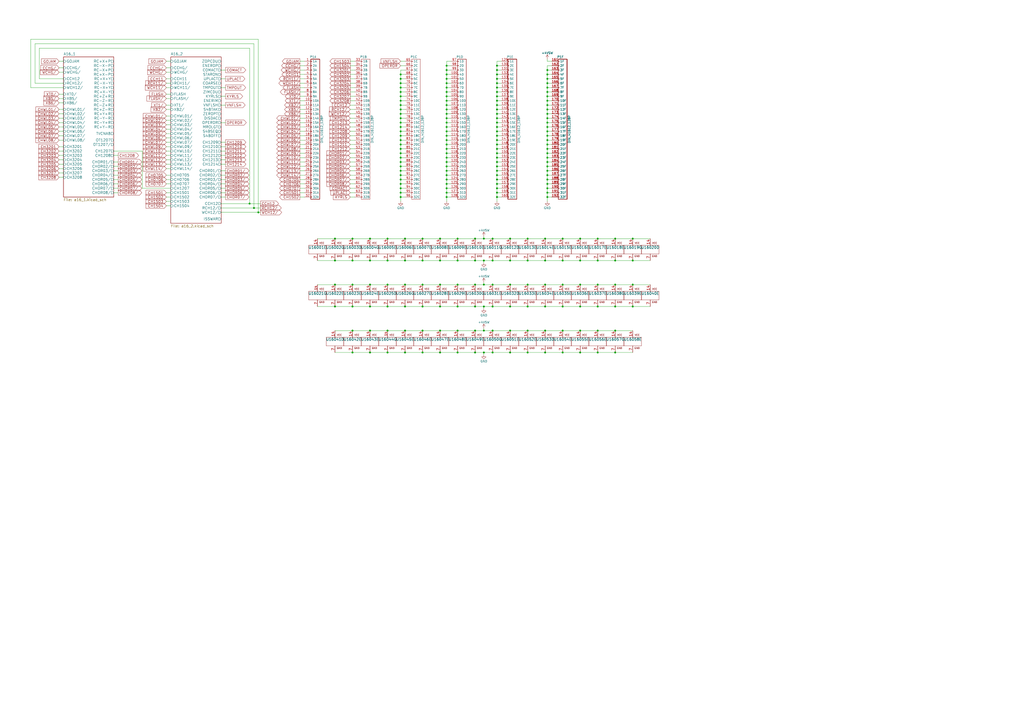
<source format=kicad_sch>
(kicad_sch (version 20211123) (generator eeschema)
  (paper "A2")
  (junction (at 316.23 151.13))
  (junction (at 275.59 138.43))
  (junction (at 317.5 106.68))
  (junction (at 259.08 96.52))
  (junction (at 259.08 66.04))
  (junction (at 280.67 151.13))
  (junction (at 317.5 60.96))
  (junction (at 259.08 91.44))
  (junction (at 232.41 45.72))
  (junction (at 259.08 48.26))
  (junction (at 275.59 165.1))
  (junction (at 255.27 177.8))
  (junction (at 232.41 93.98))
  (junction (at 232.41 73.66))
  (junction (at 232.41 58.42))
  (junction (at 280.67 191.77))
  (junction (at 288.29 99.06))
  (junction (at 288.29 55.88))
  (junction (at 295.91 151.13))
  (junction (at 259.08 86.36))
  (junction (at 288.29 38.1))
  (junction (at 306.07 191.77))
  (junction (at 317.5 73.66))
  (junction (at 316.23 204.47))
  (junction (at 232.41 66.04))
  (junction (at 245.11 177.8))
  (junction (at 317.5 104.14))
  (junction (at 232.41 101.6))
  (junction (at 232.41 78.74))
  (junction (at 259.08 60.96))
  (junction (at 234.95 204.47))
  (junction (at 232.41 109.22))
  (junction (at 317.5 55.88))
  (junction (at 288.29 48.26))
  (junction (at 367.03 151.13))
  (junction (at 259.08 43.18))
  (junction (at 317.5 111.76))
  (junction (at 295.91 177.8))
  (junction (at 356.87 204.47))
  (junction (at 285.75 204.47))
  (junction (at 275.59 204.47))
  (junction (at 194.31 151.13))
  (junction (at 317.5 53.34))
  (junction (at 194.31 138.43))
  (junction (at 204.47 204.47))
  (junction (at 317.5 45.72))
  (junction (at 232.41 68.58))
  (junction (at 280.67 204.47))
  (junction (at 259.08 38.1))
  (junction (at 194.31 165.1))
  (junction (at 259.08 68.58))
  (junction (at 259.08 63.5))
  (junction (at 356.87 151.13))
  (junction (at 317.5 88.9))
  (junction (at 316.23 138.43))
  (junction (at 288.29 76.2))
  (junction (at 288.29 106.68))
  (junction (at 317.5 50.8))
  (junction (at 232.41 91.44))
  (junction (at 288.29 96.52))
  (junction (at 336.55 177.8))
  (junction (at 306.07 138.43))
  (junction (at 288.29 58.42))
  (junction (at 245.11 165.1))
  (junction (at 317.5 99.06))
  (junction (at 204.47 151.13))
  (junction (at 234.95 165.1))
  (junction (at 280.67 165.1))
  (junction (at 232.41 76.2))
  (junction (at 224.79 191.77))
  (junction (at 204.47 138.43))
  (junction (at 288.29 86.36))
  (junction (at 259.08 106.68))
  (junction (at 288.29 83.82))
  (junction (at 285.75 151.13))
  (junction (at 288.29 68.58))
  (junction (at 224.79 177.8))
  (junction (at 317.5 93.98))
  (junction (at 346.71 177.8))
  (junction (at 245.11 151.13))
  (junction (at 232.41 55.88))
  (junction (at 285.75 191.77))
  (junction (at 317.5 68.58))
  (junction (at 259.08 101.6))
  (junction (at 367.03 177.8))
  (junction (at 214.63 138.43))
  (junction (at 255.27 204.47))
  (junction (at 295.91 165.1))
  (junction (at 317.5 114.3))
  (junction (at 317.5 91.44))
  (junction (at 214.63 204.47))
  (junction (at 336.55 138.43))
  (junction (at 234.95 191.77))
  (junction (at 288.29 40.64))
  (junction (at 224.79 151.13))
  (junction (at 232.41 50.8))
  (junction (at 259.08 53.34))
  (junction (at 245.11 138.43))
  (junction (at 259.08 45.72))
  (junction (at 265.43 165.1))
  (junction (at 280.67 138.43))
  (junction (at 265.43 177.8))
  (junction (at 232.41 106.68))
  (junction (at 147.32 120.65))
  (junction (at 295.91 204.47))
  (junction (at 317.5 109.22))
  (junction (at 317.5 81.28))
  (junction (at 288.29 66.04))
  (junction (at 232.41 63.5))
  (junction (at 326.39 151.13))
  (junction (at 346.71 204.47))
  (junction (at 367.03 138.43))
  (junction (at 317.5 76.2))
  (junction (at 245.11 191.77))
  (junction (at 232.41 96.52))
  (junction (at 326.39 165.1))
  (junction (at 204.47 177.8))
  (junction (at 255.27 138.43))
  (junction (at 204.47 191.77))
  (junction (at 336.55 165.1))
  (junction (at 234.95 151.13))
  (junction (at 214.63 165.1))
  (junction (at 265.43 151.13))
  (junction (at 288.29 73.66))
  (junction (at 288.29 114.3))
  (junction (at 285.75 177.8))
  (junction (at 316.23 177.8))
  (junction (at 317.5 71.12))
  (junction (at 288.29 88.9))
  (junction (at 306.07 165.1))
  (junction (at 259.08 58.42))
  (junction (at 259.08 88.9))
  (junction (at 295.91 191.77))
  (junction (at 214.63 151.13))
  (junction (at 144.78 118.11))
  (junction (at 317.5 101.6))
  (junction (at 317.5 83.82))
  (junction (at 232.41 48.26))
  (junction (at 255.27 165.1))
  (junction (at 288.29 63.5))
  (junction (at 259.08 114.3))
  (junction (at 259.08 50.8))
  (junction (at 259.08 81.28))
  (junction (at 326.39 177.8))
  (junction (at 356.87 177.8))
  (junction (at 265.43 204.47))
  (junction (at 232.41 43.18))
  (junction (at 306.07 177.8))
  (junction (at 367.03 165.1))
  (junction (at 275.59 191.77))
  (junction (at 306.07 204.47))
  (junction (at 224.79 204.47))
  (junction (at 259.08 104.14))
  (junction (at 259.08 78.74))
  (junction (at 326.39 138.43))
  (junction (at 288.29 53.34))
  (junction (at 259.08 109.22))
  (junction (at 255.27 191.77))
  (junction (at 316.23 165.1))
  (junction (at 232.41 81.28))
  (junction (at 336.55 204.47))
  (junction (at 288.29 93.98))
  (junction (at 232.41 104.14))
  (junction (at 259.08 99.06))
  (junction (at 285.75 138.43))
  (junction (at 234.95 138.43))
  (junction (at 232.41 86.36))
  (junction (at 265.43 138.43))
  (junction (at 317.5 78.74))
  (junction (at 259.08 93.98))
  (junction (at 317.5 40.64))
  (junction (at 232.41 88.9))
  (junction (at 317.5 96.52))
  (junction (at 288.29 45.72))
  (junction (at 288.29 50.8))
  (junction (at 224.79 138.43))
  (junction (at 232.41 83.82))
  (junction (at 259.08 40.64))
  (junction (at 326.39 191.77))
  (junction (at 346.71 151.13))
  (junction (at 288.29 81.28))
  (junction (at 259.08 111.76))
  (junction (at 288.29 43.18))
  (junction (at 336.55 151.13))
  (junction (at 317.5 86.36))
  (junction (at 232.41 111.76))
  (junction (at 232.41 99.06))
  (junction (at 288.29 104.14))
  (junction (at 288.29 111.76))
  (junction (at 204.47 165.1))
  (junction (at 346.71 191.77))
  (junction (at 259.08 55.88))
  (junction (at 280.67 177.8))
  (junction (at 259.08 76.2))
  (junction (at 224.79 165.1))
  (junction (at 255.27 151.13))
  (junction (at 288.29 78.74))
  (junction (at 265.43 191.77))
  (junction (at 275.59 177.8))
  (junction (at 234.95 177.8))
  (junction (at 245.11 204.47))
  (junction (at 356.87 191.77))
  (junction (at 356.87 138.43))
  (junction (at 346.71 165.1))
  (junction (at 288.29 91.44))
  (junction (at 232.41 114.3))
  (junction (at 214.63 191.77))
  (junction (at 306.07 151.13))
  (junction (at 232.41 60.96))
  (junction (at 288.29 60.96))
  (junction (at 149.86 123.19))
  (junction (at 317.5 43.18))
  (junction (at 259.08 73.66))
  (junction (at 288.29 101.6))
  (junction (at 295.91 138.43))
  (junction (at 285.75 165.1))
  (junction (at 317.5 66.04))
  (junction (at 275.59 151.13))
  (junction (at 317.5 58.42))
  (junction (at 336.55 191.77))
  (junction (at 232.41 71.12))
  (junction (at 317.5 63.5))
  (junction (at 317.5 48.26))
  (junction (at 346.71 138.43))
  (junction (at 288.29 71.12))
  (junction (at 232.41 53.34))
  (junction (at 288.29 109.22))
  (junction (at 259.08 71.12))
  (junction (at 194.31 177.8))
  (junction (at 259.08 83.82))
  (junction (at 356.87 165.1))
  (junction (at 214.63 177.8))
  (junction (at 316.23 191.77))
  (junction (at 326.39 204.47))
  (wire (pts (xy 265.43 204.47) (xy 255.27 204.47)))
  (wire (pts (xy 259.08 96.52) (xy 261.62 96.52)))
  (wire (pts (xy 203.2 55.88) (xy 205.74 55.88)))
  (wire (pts (xy 336.55 191.77) (xy 346.71 191.77)))
  (wire (pts (xy 317.5 106.68) (xy 317.5 109.22)))
  (wire (pts (xy 203.2 40.64) (xy 205.74 40.64)))
  (wire (pts (xy 232.41 88.9) (xy 234.95 88.9)))
  (wire (pts (xy 232.41 83.82) (xy 232.41 86.36)))
  (wire (pts (xy 232.41 93.98) (xy 232.41 96.52)))
  (wire (pts (xy 317.5 104.14) (xy 320.04 104.14)))
  (wire (pts (xy 288.29 55.88) (xy 290.83 55.88)))
  (wire (pts (xy 275.59 177.8) (xy 265.43 177.8)))
  (wire (pts (xy 234.95 204.47) (xy 224.79 204.47)))
  (wire (pts (xy 320.04 38.1) (xy 317.5 38.1)))
  (wire (pts (xy 288.29 106.68) (xy 288.29 109.22)))
  (wire (pts (xy 173.99 91.44) (xy 176.53 91.44)))
  (wire (pts (xy 259.08 58.42) (xy 259.08 60.96)))
  (wire (pts (xy 232.41 48.26) (xy 232.41 50.8)))
  (wire (pts (xy 205.74 106.68) (xy 203.2 106.68)))
  (wire (pts (xy 259.08 109.22) (xy 259.08 111.76)))
  (wire (pts (xy 96.52 119.38) (xy 99.06 119.38)))
  (wire (pts (xy 96.52 50.8) (xy 99.06 50.8)))
  (wire (pts (xy 96.52 63.5) (xy 99.06 63.5)))
  (wire (pts (xy 128.27 71.12) (xy 130.81 71.12)))
  (wire (pts (xy 232.41 101.6) (xy 234.95 101.6)))
  (wire (pts (xy 259.08 40.64) (xy 259.08 43.18)))
  (wire (pts (xy 194.31 138.43) (xy 204.47 138.43)))
  (wire (pts (xy 317.5 114.3) (xy 320.04 114.3)))
  (wire (pts (xy 232.41 93.98) (xy 234.95 93.98)))
  (wire (pts (xy 259.08 73.66) (xy 259.08 76.2)))
  (wire (pts (xy 204.47 177.8) (xy 194.31 177.8)))
  (wire (pts (xy 214.63 165.1) (xy 224.79 165.1)))
  (wire (pts (xy 232.41 68.58) (xy 234.95 68.58)))
  (wire (pts (xy 288.29 58.42) (xy 288.29 60.96)))
  (wire (pts (xy 128.27 45.72) (xy 130.81 45.72)))
  (wire (pts (xy 259.08 114.3) (xy 261.62 114.3)))
  (wire (pts (xy 203.2 35.56) (xy 205.74 35.56)))
  (wire (pts (xy 17.78 50.8) (xy 36.83 50.8)))
  (wire (pts (xy 205.74 68.58) (xy 203.2 68.58)))
  (wire (pts (xy 96.52 54.61) (xy 99.06 54.61)))
  (wire (pts (xy 259.08 63.5) (xy 259.08 66.04)))
  (wire (pts (xy 259.08 83.82) (xy 259.08 86.36)))
  (wire (pts (xy 259.08 63.5) (xy 261.62 63.5)))
  (wire (pts (xy 205.74 88.9) (xy 203.2 88.9)))
  (wire (pts (xy 147.32 120.65) (xy 151.13 120.65)))
  (wire (pts (xy 336.55 151.13) (xy 326.39 151.13)))
  (wire (pts (xy 173.99 109.22) (xy 176.53 109.22)))
  (wire (pts (xy 288.29 71.12) (xy 290.83 71.12)))
  (wire (pts (xy 234.95 191.77) (xy 245.11 191.77)))
  (wire (pts (xy 288.29 101.6) (xy 288.29 104.14)))
  (wire (pts (xy 232.41 58.42) (xy 234.95 58.42)))
  (wire (pts (xy 259.08 76.2) (xy 259.08 78.74)))
  (wire (pts (xy 288.29 45.72) (xy 288.29 48.26)))
  (wire (pts (xy 288.29 53.34) (xy 290.83 53.34)))
  (wire (pts (xy 326.39 151.13) (xy 316.23 151.13)))
  (wire (pts (xy 356.87 204.47) (xy 346.71 204.47)))
  (wire (pts (xy 128.27 114.3) (xy 130.81 114.3)))
  (wire (pts (xy 20.32 25.4) (xy 20.32 48.26)))
  (wire (pts (xy 346.71 177.8) (xy 336.55 177.8)))
  (wire (pts (xy 128.27 40.64) (xy 130.81 40.64)))
  (wire (pts (xy 288.29 35.56) (xy 288.29 38.1)))
  (wire (pts (xy 288.29 66.04) (xy 290.83 66.04)))
  (wire (pts (xy 317.5 81.28) (xy 320.04 81.28)))
  (wire (pts (xy 203.2 53.34) (xy 205.74 53.34)))
  (wire (pts (xy 184.15 138.43) (xy 194.31 138.43)))
  (wire (pts (xy 255.27 177.8) (xy 245.11 177.8)))
  (wire (pts (xy 259.08 99.06) (xy 261.62 99.06)))
  (wire (pts (xy 259.08 88.9) (xy 259.08 91.44)))
  (wire (pts (xy 259.08 48.26) (xy 259.08 50.8)))
  (wire (pts (xy 259.08 106.68) (xy 259.08 109.22)))
  (wire (pts (xy 173.99 76.2) (xy 176.53 76.2)))
  (wire (pts (xy 356.87 138.43) (xy 367.03 138.43)))
  (wire (pts (xy 205.74 86.36) (xy 203.2 86.36)))
  (wire (pts (xy 234.95 138.43) (xy 245.11 138.43)))
  (wire (pts (xy 34.29 100.33) (xy 36.83 100.33)))
  (wire (pts (xy 128.27 99.06) (xy 130.81 99.06)))
  (wire (pts (xy 34.29 35.56) (xy 36.83 35.56)))
  (wire (pts (xy 232.41 43.18) (xy 234.95 43.18)))
  (wire (pts (xy 316.23 151.13) (xy 306.07 151.13)))
  (wire (pts (xy 34.29 39.37) (xy 36.83 39.37)))
  (wire (pts (xy 205.74 73.66) (xy 203.2 73.66)))
  (wire (pts (xy 128.27 82.55) (xy 130.81 82.55)))
  (wire (pts (xy 234.95 151.13) (xy 224.79 151.13)))
  (wire (pts (xy 82.55 87.63) (xy 82.55 109.22)))
  (wire (pts (xy 96.52 35.56) (xy 99.06 35.56)))
  (wire (pts (xy 317.5 101.6) (xy 320.04 101.6)))
  (wire (pts (xy 259.08 83.82) (xy 261.62 83.82)))
  (wire (pts (xy 224.79 191.77) (xy 234.95 191.77)))
  (wire (pts (xy 288.29 73.66) (xy 290.83 73.66)))
  (wire (pts (xy 232.41 111.76) (xy 232.41 114.3)))
  (wire (pts (xy 259.08 91.44) (xy 259.08 93.98)))
  (wire (pts (xy 288.29 71.12) (xy 288.29 73.66)))
  (wire (pts (xy 316.23 177.8) (xy 306.07 177.8)))
  (wire (pts (xy 317.5 73.66) (xy 317.5 76.2)))
  (wire (pts (xy 173.99 99.06) (xy 176.53 99.06)))
  (wire (pts (xy 285.75 165.1) (xy 295.91 165.1)))
  (wire (pts (xy 306.07 177.8) (xy 295.91 177.8)))
  (wire (pts (xy 194.31 191.77) (xy 204.47 191.77)))
  (wire (pts (xy 259.08 53.34) (xy 259.08 55.88)))
  (wire (pts (xy 288.29 73.66) (xy 288.29 76.2)))
  (wire (pts (xy 232.41 86.36) (xy 232.41 88.9)))
  (wire (pts (xy 317.5 78.74) (xy 320.04 78.74)))
  (wire (pts (xy 232.41 60.96) (xy 232.41 63.5)))
  (wire (pts (xy 173.99 53.34) (xy 176.53 53.34)))
  (wire (pts (xy 288.29 83.82) (xy 288.29 86.36)))
  (wire (pts (xy 203.2 58.42) (xy 205.74 58.42)))
  (wire (pts (xy 288.29 86.36) (xy 288.29 88.9)))
  (wire (pts (xy 288.29 109.22) (xy 290.83 109.22)))
  (wire (pts (xy 288.29 109.22) (xy 288.29 111.76)))
  (wire (pts (xy 234.95 35.56) (xy 232.41 35.56)))
  (wire (pts (xy 96.52 95.25) (xy 99.06 95.25)))
  (wire (pts (xy 285.75 191.77) (xy 295.91 191.77)))
  (wire (pts (xy 288.29 86.36) (xy 290.83 86.36)))
  (wire (pts (xy 96.52 41.91) (xy 99.06 41.91)))
  (wire (pts (xy 326.39 204.47) (xy 316.23 204.47)))
  (wire (pts (xy 204.47 165.1) (xy 214.63 165.1)))
  (wire (pts (xy 128.27 101.6) (xy 130.81 101.6)))
  (wire (pts (xy 96.52 92.71) (xy 99.06 92.71)))
  (wire (pts (xy 232.41 63.5) (xy 232.41 66.04)))
  (wire (pts (xy 96.52 114.3) (xy 99.06 114.3)))
  (wire (pts (xy 320.04 35.56) (xy 317.5 35.56)))
  (wire (pts (xy 232.41 88.9) (xy 232.41 91.44)))
  (wire (pts (xy 128.27 95.25) (xy 130.81 95.25)))
  (wire (pts (xy 34.29 54.61) (xy 36.83 54.61)))
  (wire (pts (xy 295.91 138.43) (xy 306.07 138.43)))
  (wire (pts (xy 144.78 118.11) (xy 144.78 27.94)))
  (wire (pts (xy 280.67 151.13) (xy 275.59 151.13)))
  (wire (pts (xy 96.52 57.15) (xy 99.06 57.15)))
  (wire (pts (xy 96.52 90.17) (xy 99.06 90.17)))
  (wire (pts (xy 205.74 111.76) (xy 203.2 111.76)))
  (wire (pts (xy 317.5 111.76) (xy 317.5 114.3)))
  (wire (pts (xy 66.04 90.17) (xy 68.58 90.17)))
  (wire (pts (xy 259.08 91.44) (xy 261.62 91.44)))
  (wire (pts (xy 128.27 118.11) (xy 144.78 118.11)))
  (wire (pts (xy 288.29 91.44) (xy 288.29 93.98)))
  (wire (pts (xy 234.95 165.1) (xy 245.11 165.1)))
  (wire (pts (xy 232.41 40.64) (xy 232.41 43.18)))
  (wire (pts (xy 96.52 116.84) (xy 99.06 116.84)))
  (wire (pts (xy 128.27 120.65) (xy 147.32 120.65)))
  (wire (pts (xy 317.5 50.8) (xy 320.04 50.8)))
  (wire (pts (xy 288.29 48.26) (xy 288.29 50.8)))
  (wire (pts (xy 34.29 66.04) (xy 36.83 66.04)))
  (wire (pts (xy 306.07 138.43) (xy 316.23 138.43)))
  (wire (pts (xy 265.43 191.77) (xy 275.59 191.77)))
  (wire (pts (xy 288.29 50.8) (xy 290.83 50.8)))
  (wire (pts (xy 317.5 63.5) (xy 317.5 66.04)))
  (wire (pts (xy 232.41 91.44) (xy 232.41 93.98)))
  (wire (pts (xy 288.29 78.74) (xy 288.29 81.28)))
  (wire (pts (xy 173.99 96.52) (xy 176.53 96.52)))
  (wire (pts (xy 259.08 109.22) (xy 261.62 109.22)))
  (wire (pts (xy 259.08 111.76) (xy 261.62 111.76)))
  (wire (pts (xy 317.5 55.88) (xy 317.5 58.42)))
  (wire (pts (xy 205.74 101.6) (xy 203.2 101.6)))
  (wire (pts (xy 232.41 104.14) (xy 234.95 104.14)))
  (wire (pts (xy 232.41 66.04) (xy 232.41 68.58)))
  (wire (pts (xy 259.08 101.6) (xy 261.62 101.6)))
  (wire (pts (xy 66.04 104.14) (xy 68.58 104.14)))
  (wire (pts (xy 346.71 191.77) (xy 356.87 191.77)))
  (wire (pts (xy 288.29 50.8) (xy 288.29 53.34)))
  (wire (pts (xy 317.5 73.66) (xy 320.04 73.66)))
  (wire (pts (xy 295.91 165.1) (xy 306.07 165.1)))
  (wire (pts (xy 265.43 138.43) (xy 275.59 138.43)))
  (wire (pts (xy 285.75 204.47) (xy 280.67 204.47)))
  (wire (pts (xy 259.08 60.96) (xy 261.62 60.96)))
  (wire (pts (xy 288.29 38.1) (xy 288.29 40.64)))
  (wire (pts (xy 204.47 151.13) (xy 194.31 151.13)))
  (wire (pts (xy 275.59 165.1) (xy 280.67 165.1)))
  (wire (pts (xy 288.29 81.28) (xy 288.29 83.82)))
  (wire (pts (xy 317.5 93.98) (xy 317.5 96.52)))
  (wire (pts (xy 377.19 151.13) (xy 367.03 151.13)))
  (wire (pts (xy 259.08 38.1) (xy 259.08 40.64)))
  (wire (pts (xy 280.67 190.5) (xy 280.67 191.77)))
  (wire (pts (xy 317.5 66.04) (xy 317.5 68.58)))
  (wire (pts (xy 275.59 151.13) (xy 265.43 151.13)))
  (wire (pts (xy 317.5 43.18) (xy 320.04 43.18)))
  (wire (pts (xy 66.04 111.76) (xy 68.58 111.76)))
  (wire (pts (xy 96.52 39.37) (xy 99.06 39.37)))
  (wire (pts (xy 128.27 104.14) (xy 130.81 104.14)))
  (wire (pts (xy 224.79 204.47) (xy 214.63 204.47)))
  (wire (pts (xy 259.08 60.96) (xy 259.08 63.5)))
  (wire (pts (xy 317.5 68.58) (xy 320.04 68.58)))
  (wire (pts (xy 34.29 78.74) (xy 36.83 78.74)))
  (wire (pts (xy 224.79 138.43) (xy 234.95 138.43)))
  (wire (pts (xy 288.29 111.76) (xy 288.29 114.3)))
  (wire (pts (xy 317.5 45.72) (xy 320.04 45.72)))
  (wire (pts (xy 255.27 151.13) (xy 245.11 151.13)))
  (wire (pts (xy 316.23 165.1) (xy 326.39 165.1)))
  (wire (pts (xy 317.5 109.22) (xy 320.04 109.22)))
  (wire (pts (xy 288.29 81.28) (xy 290.83 81.28)))
  (wire (pts (xy 232.41 81.28) (xy 232.41 83.82)))
  (wire (pts (xy 367.03 151.13) (xy 356.87 151.13)))
  (wire (pts (xy 96.52 77.47) (xy 99.06 77.47)))
  (wire (pts (xy 203.2 38.1) (xy 205.74 38.1)))
  (wire (pts (xy 96.52 67.31) (xy 99.06 67.31)))
  (wire (pts (xy 259.08 73.66) (xy 261.62 73.66)))
  (wire (pts (xy 275.59 204.47) (xy 265.43 204.47)))
  (wire (pts (xy 34.29 71.12) (xy 36.83 71.12)))
  (wire (pts (xy 317.5 96.52) (xy 320.04 96.52)))
  (wire (pts (xy 288.29 40.64) (xy 288.29 43.18)))
  (wire (pts (xy 336.55 138.43) (xy 346.71 138.43)))
  (wire (pts (xy 232.41 45.72) (xy 232.41 48.26)))
  (wire (pts (xy 259.08 76.2) (xy 261.62 76.2)))
  (wire (pts (xy 205.74 60.96) (xy 203.2 60.96)))
  (wire (pts (xy 326.39 165.1) (xy 336.55 165.1)))
  (wire (pts (xy 367.03 165.1) (xy 377.19 165.1)))
  (wire (pts (xy 232.41 76.2) (xy 234.95 76.2)))
  (wire (pts (xy 173.99 45.72) (xy 176.53 45.72)))
  (wire (pts (xy 259.08 93.98) (xy 259.08 96.52)))
  (wire (pts (xy 34.29 87.63) (xy 36.83 87.63)))
  (wire (pts (xy 232.41 40.64) (xy 234.95 40.64)))
  (wire (pts (xy 214.63 191.77) (xy 224.79 191.77)))
  (wire (pts (xy 232.41 71.12) (xy 232.41 73.66)))
  (wire (pts (xy 259.08 55.88) (xy 261.62 55.88)))
  (wire (pts (xy 259.08 45.72) (xy 259.08 48.26)))
  (wire (pts (xy 232.41 81.28) (xy 234.95 81.28)))
  (wire (pts (xy 96.52 72.39) (xy 99.06 72.39)))
  (wire (pts (xy 194.31 165.1) (xy 204.47 165.1)))
  (wire (pts (xy 367.03 204.47) (xy 356.87 204.47)))
  (wire (pts (xy 259.08 68.58) (xy 261.62 68.58)))
  (wire (pts (xy 288.29 68.58) (xy 288.29 71.12)))
  (wire (pts (xy 259.08 50.8) (xy 261.62 50.8)))
  (wire (pts (xy 194.31 151.13) (xy 184.15 151.13)))
  (wire (pts (xy 288.29 88.9) (xy 288.29 91.44)))
  (wire (pts (xy 34.29 102.87) (xy 36.83 102.87)))
  (wire (pts (xy 288.29 93.98) (xy 290.83 93.98)))
  (wire (pts (xy 34.29 59.69) (xy 36.83 59.69)))
  (wire (pts (xy 259.08 86.36) (xy 261.62 86.36)))
  (wire (pts (xy 317.5 60.96) (xy 320.04 60.96)))
  (wire (pts (xy 96.52 101.6) (xy 99.06 101.6)))
  (wire (pts (xy 128.27 55.88) (xy 130.81 55.88)))
  (wire (pts (xy 173.99 106.68) (xy 176.53 106.68)))
  (wire (pts (xy 66.04 99.06) (xy 68.58 99.06)))
  (wire (pts (xy 173.99 48.26) (xy 176.53 48.26)))
  (wire (pts (xy 288.29 63.5) (xy 288.29 66.04)))
  (wire (pts (xy 205.74 104.14) (xy 203.2 104.14)))
  (wire (pts (xy 245.11 191.77) (xy 255.27 191.77)))
  (wire (pts (xy 96.52 87.63) (xy 99.06 87.63)))
  (wire (pts (xy 306.07 191.77) (xy 316.23 191.77)))
  (wire (pts (xy 245.11 177.8) (xy 234.95 177.8)))
  (wire (pts (xy 214.63 151.13) (xy 204.47 151.13)))
  (wire (pts (xy 259.08 88.9) (xy 261.62 88.9)))
  (wire (pts (xy 288.29 63.5) (xy 290.83 63.5)))
  (wire (pts (xy 259.08 101.6) (xy 259.08 104.14)))
  (wire (pts (xy 232.41 83.82) (xy 234.95 83.82)))
  (wire (pts (xy 317.5 66.04) (xy 320.04 66.04)))
  (wire (pts (xy 306.07 151.13) (xy 295.91 151.13)))
  (wire (pts (xy 232.41 58.42) (xy 232.41 60.96)))
  (wire (pts (xy 147.32 120.65) (xy 147.32 25.4)))
  (wire (pts (xy 173.99 58.42) (xy 176.53 58.42)))
  (wire (pts (xy 245.11 138.43) (xy 255.27 138.43)))
  (wire (pts (xy 346.71 204.47) (xy 336.55 204.47)))
  (wire (pts (xy 317.5 63.5) (xy 320.04 63.5)))
  (wire (pts (xy 317.5 50.8) (xy 317.5 53.34)))
  (wire (pts (xy 317.5 58.42) (xy 320.04 58.42)))
  (wire (pts (xy 288.29 114.3) (xy 288.29 116.84)))
  (wire (pts (xy 367.03 177.8) (xy 356.87 177.8)))
  (wire (pts (xy 34.29 63.5) (xy 36.83 63.5)))
  (wire (pts (xy 317.5 40.64) (xy 317.5 43.18)))
  (wire (pts (xy 317.5 88.9) (xy 317.5 91.44)))
  (wire (pts (xy 82.55 109.22) (xy 99.06 109.22)))
  (wire (pts (xy 288.29 88.9) (xy 290.83 88.9)))
  (wire (pts (xy 280.67 165.1) (xy 285.75 165.1)))
  (wire (pts (xy 96.52 82.55) (xy 99.06 82.55)))
  (wire (pts (xy 280.67 163.83) (xy 280.67 165.1)))
  (wire (pts (xy 128.27 123.19) (xy 149.86 123.19)))
  (wire (pts (xy 317.5 71.12) (xy 317.5 73.66)))
  (wire (pts (xy 280.67 138.43) (xy 285.75 138.43)))
  (wire (pts (xy 232.41 101.6) (xy 232.41 104.14)))
  (wire (pts (xy 173.99 78.74) (xy 176.53 78.74)))
  (wire (pts (xy 96.52 106.68) (xy 99.06 106.68)))
  (wire (pts (xy 356.87 177.8) (xy 346.71 177.8)))
  (wire (pts (xy 232.41 109.22) (xy 232.41 111.76)))
  (wire (pts (xy 232.41 114.3) (xy 234.95 114.3)))
  (wire (pts (xy 275.59 138.43) (xy 280.67 138.43)))
  (wire (pts (xy 149.86 123.19) (xy 151.13 123.19)))
  (wire (pts (xy 128.27 92.71) (xy 130.81 92.71)))
  (wire (pts (xy 232.41 106.68) (xy 232.41 109.22)))
  (wire (pts (xy 317.5 111.76) (xy 320.04 111.76)))
  (wire (pts (xy 34.29 76.2) (xy 36.83 76.2)))
  (wire (pts (xy 232.41 71.12) (xy 234.95 71.12)))
  (wire (pts (xy 128.27 90.17) (xy 130.81 90.17)))
  (wire (pts (xy 96.52 104.14) (xy 99.06 104.14)))
  (wire (pts (xy 306.07 165.1) (xy 316.23 165.1)))
  (wire (pts (xy 173.99 114.3) (xy 176.53 114.3)))
  (wire (pts (xy 317.5 96.52) (xy 317.5 99.06)))
  (wire (pts (xy 306.07 204.47) (xy 295.91 204.47)))
  (wire (pts (xy 317.5 68.58) (xy 317.5 71.12)))
  (wire (pts (xy 96.52 97.79) (xy 99.06 97.79)))
  (wire (pts (xy 66.04 106.68) (xy 68.58 106.68)))
  (wire (pts (xy 259.08 58.42) (xy 261.62 58.42)))
  (wire (pts (xy 259.08 106.68) (xy 261.62 106.68)))
  (wire (pts (xy 288.29 83.82) (xy 290.83 83.82)))
  (wire (pts (xy 255.27 165.1) (xy 265.43 165.1)))
  (wire (pts (xy 280.67 177.8) (xy 275.59 177.8)))
  (wire (pts (xy 203.2 45.72) (xy 205.74 45.72)))
  (wire (pts (xy 317.5 91.44) (xy 320.04 91.44)))
  (wire (pts (xy 205.74 76.2) (xy 203.2 76.2)))
  (wire (pts (xy 232.41 114.3) (xy 232.41 116.84)))
  (wire (pts (xy 255.27 204.47) (xy 245.11 204.47)))
  (wire (pts (xy 316.23 191.77) (xy 326.39 191.77)))
  (wire (pts (xy 205.74 96.52) (xy 203.2 96.52)))
  (wire (pts (xy 288.29 91.44) (xy 290.83 91.44)))
  (wire (pts (xy 317.5 48.26) (xy 317.5 50.8)))
  (wire (pts (xy 173.99 88.9) (xy 176.53 88.9)))
  (wire (pts (xy 173.99 40.64) (xy 176.53 40.64)))
  (wire (pts (xy 204.47 138.43) (xy 214.63 138.43)))
  (wire (pts (xy 232.41 73.66) (xy 232.41 76.2)))
  (wire (pts (xy 128.27 109.22) (xy 130.81 109.22)))
  (wire (pts (xy 173.99 38.1) (xy 176.53 38.1)))
  (wire (pts (xy 317.5 53.34) (xy 320.04 53.34)))
  (wire (pts (xy 346.71 151.13) (xy 336.55 151.13)))
  (wire (pts (xy 128.27 111.76) (xy 130.81 111.76)))
  (wire (pts (xy 316.23 138.43) (xy 326.39 138.43)))
  (wire (pts (xy 173.99 73.66) (xy 176.53 73.66)))
  (wire (pts (xy 288.29 43.18) (xy 290.83 43.18)))
  (wire (pts (xy 288.29 76.2) (xy 290.83 76.2)))
  (wire (pts (xy 205.74 83.82) (xy 203.2 83.82)))
  (wire (pts (xy 173.99 111.76) (xy 176.53 111.76)))
  (wire (pts (xy 203.2 43.18) (xy 205.74 43.18)))
  (wire (pts (xy 232.41 60.96) (xy 234.95 60.96)))
  (wire (pts (xy 288.29 68.58) (xy 290.83 68.58)))
  (wire (pts (xy 20.32 48.26) (xy 36.83 48.26)))
  (wire (pts (xy 317.5 93.98) (xy 320.04 93.98)))
  (wire (pts (xy 232.41 53.34) (xy 232.41 55.88)))
  (wire (pts (xy 205.74 78.74) (xy 203.2 78.74)))
  (wire (pts (xy 34.29 90.17) (xy 36.83 90.17)))
  (wire (pts (xy 288.29 78.74) (xy 290.83 78.74)))
  (wire (pts (xy 288.29 55.88) (xy 288.29 58.42)))
  (wire (pts (xy 259.08 81.28) (xy 259.08 83.82)))
  (wire (pts (xy 232.41 109.22) (xy 234.95 109.22)))
  (wire (pts (xy 259.08 96.52) (xy 259.08 99.06)))
  (wire (pts (xy 234.95 177.8) (xy 224.79 177.8)))
  (wire (pts (xy 336.55 165.1) (xy 346.71 165.1)))
  (wire (pts (xy 317.5 45.72) (xy 317.5 48.26)))
  (wire (pts (xy 259.08 114.3) (xy 259.08 116.84)))
  (wire (pts (xy 214.63 177.8) (xy 204.47 177.8)))
  (wire (pts (xy 205.74 93.98) (xy 203.2 93.98)))
  (wire (pts (xy 34.29 68.58) (xy 36.83 68.58)))
  (wire (pts (xy 288.29 96.52) (xy 288.29 99.06)))
  (wire (pts (xy 232.41 96.52) (xy 232.41 99.06)))
  (wire (pts (xy 317.5 104.14) (xy 317.5 106.68)))
  (wire (pts (xy 147.32 25.4) (xy 20.32 25.4)))
  (wire (pts (xy 232.41 55.88) (xy 234.95 55.88)))
  (wire (pts (xy 96.52 69.85) (xy 99.06 69.85)))
  (wire (pts (xy 317.5 76.2) (xy 320.04 76.2)))
  (wire (pts (xy 96.52 60.96) (xy 99.06 60.96)))
  (wire (pts (xy 232.41 45.72) (xy 234.95 45.72)))
  (wire (pts (xy 285.75 177.8) (xy 280.67 177.8)))
  (wire (pts (xy 96.52 85.09) (xy 99.06 85.09)))
  (wire (pts (xy 285.75 151.13) (xy 280.67 151.13)))
  (wire (pts (xy 288.29 99.06) (xy 290.83 99.06)))
  (wire (pts (xy 205.74 71.12) (xy 203.2 71.12)))
  (wire (pts (xy 259.08 66.04) (xy 259.08 68.58)))
  (wire (pts (xy 259.08 43.18) (xy 261.62 43.18)))
  (wire (pts (xy 66.04 96.52) (xy 68.58 96.52)))
  (wire (pts (xy 259.08 99.06) (xy 259.08 101.6)))
  (wire (pts (xy 317.5 43.18) (xy 317.5 45.72)))
  (wire (pts (xy 214.63 138.43) (xy 224.79 138.43)))
  (wire (pts (xy 317.5 83.82) (xy 320.04 83.82)))
  (wire (pts (xy 288.29 48.26) (xy 290.83 48.26)))
  (wire (pts (xy 317.5 106.68) (xy 320.04 106.68)))
  (wire (pts (xy 173.99 93.98) (xy 176.53 93.98)))
  (wire (pts (xy 66.04 101.6) (xy 68.58 101.6)))
  (wire (pts (xy 261.62 35.56) (xy 259.08 35.56)))
  (wire (pts (xy 173.99 81.28) (xy 176.53 81.28)))
  (wire (pts (xy 259.08 86.36) (xy 259.08 88.9)))
  (wire (pts (xy 96.52 45.72) (xy 99.06 45.72)))
  (wire (pts (xy 265.43 177.8) (xy 255.27 177.8)))
  (wire (pts (xy 317.5 86.36) (xy 320.04 86.36)))
  (wire (pts (xy 317.5 91.44) (xy 317.5 93.98)))
  (wire (pts (xy 259.08 55.88) (xy 259.08 58.42)))
  (wire (pts (xy 232.41 50.8) (xy 234.95 50.8)))
  (wire (pts (xy 232.41 55.88) (xy 232.41 58.42)))
  (wire (pts (xy 245.11 165.1) (xy 255.27 165.1)))
  (wire (pts (xy 259.08 78.74) (xy 261.62 78.74)))
  (wire (pts (xy 280.67 151.13) (xy 280.67 152.4)))
  (wire (pts (xy 22.86 27.94) (xy 22.86 45.72)))
  (wire (pts (xy 224.79 151.13) (xy 214.63 151.13)))
  (wire (pts (xy 232.41 78.74) (xy 232.41 81.28)))
  (wire (pts (xy 34.29 73.66) (xy 36.83 73.66)))
  (wire (pts (xy 317.5 35.56) (xy 317.5 34.29)))
  (wire (pts (xy 232.41 91.44) (xy 234.95 91.44)))
  (wire (pts (xy 232.41 99.06) (xy 232.41 101.6)))
  (wire (pts (xy 356.87 151.13) (xy 346.71 151.13)))
  (wire (pts (xy 96.52 80.01) (xy 99.06 80.01)))
  (wire (pts (xy 317.5 81.28) (xy 317.5 83.82)))
  (wire (pts (xy 336.55 204.47) (xy 326.39 204.47)))
  (wire (pts (xy 288.29 93.98) (xy 288.29 96.52)))
  (wire (pts (xy 317.5 71.12) (xy 320.04 71.12)))
  (wire (pts (xy 232.41 50.8) (xy 232.41 53.34)))
  (wire (pts (xy 317.5 58.42) (xy 317.5 60.96)))
  (wire (pts (xy 173.99 83.82) (xy 176.53 83.82)))
  (wire (pts (xy 96.52 74.93) (xy 99.06 74.93)))
  (wire (pts (xy 173.99 35.56) (xy 176.53 35.56)))
  (wire (pts (xy 144.78 27.94) (xy 22.86 27.94)))
  (wire (pts (xy 288.29 101.6) (xy 290.83 101.6)))
  (wire (pts (xy 259.08 71.12) (xy 261.62 71.12)))
  (wire (pts (xy 232.41 76.2) (xy 232.41 78.74)))
  (wire (pts (xy 205.74 114.3) (xy 203.2 114.3)))
  (wire (pts (xy 205.74 91.44) (xy 203.2 91.44)))
  (wire (pts (xy 259.08 104.14) (xy 259.08 106.68)))
  (wire (pts (xy 275.59 191.77) (xy 280.67 191.77)))
  (wire (pts (xy 288.29 99.06) (xy 288.29 101.6)))
  (wire (pts (xy 317.5 48.26) (xy 320.04 48.26)))
  (wire (pts (xy 205.74 63.5) (xy 203.2 63.5)))
  (wire (pts (xy 144.78 118.11) (xy 151.13 118.11)))
  (wire (pts (xy 259.08 40.64) (xy 261.62 40.64)))
  (wire (pts (xy 234.95 38.1) (xy 232.41 38.1)))
  (wire (pts (xy 184.15 165.1) (xy 194.31 165.1)))
  (wire (pts (xy 232.41 104.14) (xy 232.41 106.68)))
  (wire (pts (xy 128.27 85.09) (xy 130.81 85.09)))
  (wire (pts (xy 295.91 177.8) (xy 285.75 177.8)))
  (wire (pts (xy 96.52 48.26) (xy 99.06 48.26)))
  (wire (pts (xy 259.08 93.98) (xy 261.62 93.98)))
  (wire (pts (xy 367.03 138.43) (xy 377.19 138.43)))
  (wire (pts (xy 259.08 35.56) (xy 259.08 38.1)))
  (wire (pts (xy 320.04 40.64) (xy 317.5 40.64)))
  (wire (pts (xy 149.86 123.19) (xy 149.86 22.86)))
  (wire (pts (xy 66.04 109.22) (xy 68.58 109.22)))
  (wire (pts (xy 232.41 106.68) (xy 234.95 106.68)))
  (wire (pts (xy 288.29 111.76) (xy 290.83 111.76)))
  (wire (pts (xy 34.29 81.28) (xy 36.83 81.28)))
  (wire (pts (xy 288.29 96.52) (xy 290.83 96.52)))
  (wire (pts (xy 128.27 87.63) (xy 130.81 87.63)))
  (wire (pts (xy 317.5 76.2) (xy 317.5 78.74)))
  (wire (pts (xy 288.29 53.34) (xy 288.29 55.88)))
  (wire (pts (xy 173.99 55.88) (xy 176.53 55.88)))
  (wire (pts (xy 317.5 88.9) (xy 320.04 88.9)))
  (wire (pts (xy 173.99 86.36) (xy 176.53 86.36)))
  (wire (pts (xy 326.39 191.77) (xy 336.55 191.77)))
  (wire (pts (xy 288.29 40.64) (xy 290.83 40.64)))
  (wire (pts (xy 173.99 66.04) (xy 176.53 66.04)))
  (wire (pts (xy 149.86 22.86) (xy 17.78 22.86)))
  (wire (pts (xy 317.5 78.74) (xy 317.5 81.28)))
  (wire (pts (xy 259.08 71.12) (xy 259.08 73.66)))
  (wire (pts (xy 34.29 41.91) (xy 36.83 41.91)))
  (wire (pts (xy 288.29 58.42) (xy 290.83 58.42)))
  (wire (pts (xy 285.75 138.43) (xy 295.91 138.43)))
  (wire (pts (xy 259.08 50.8) (xy 259.08 53.34)))
  (wire (pts (xy 288.29 104.14) (xy 288.29 106.68)))
  (wire (pts (xy 245.11 151.13) (xy 234.95 151.13)))
  (wire (pts (xy 66.04 87.63) (xy 82.55 87.63)))
  (wire (pts (xy 346.71 138.43) (xy 356.87 138.43)))
  (wire (pts (xy 317.5 99.06) (xy 320.04 99.06)))
  (wire (pts (xy 205.74 66.04) (xy 203.2 66.04)))
  (wire (pts (xy 224.79 165.1) (xy 234.95 165.1)))
  (wire (pts (xy 356.87 165.1) (xy 367.03 165.1)))
  (wire (pts (xy 17.78 22.86) (xy 17.78 50.8)))
  (wire (pts (xy 261.62 38.1) (xy 259.08 38.1)))
  (wire (pts (xy 205.74 81.28) (xy 203.2 81.28)))
  (wire (pts (xy 259.08 78.74) (xy 259.08 81.28)))
  (wire (pts (xy 34.29 57.15) (xy 36.83 57.15)))
  (wire (pts (xy 232.41 48.26) (xy 234.95 48.26)))
  (wire (pts (xy 22.86 45.72) (xy 36.83 45.72)))
  (wire (pts (xy 317.5 53.34) (xy 317.5 55.88)))
  (wire (pts (xy 288.29 76.2) (xy 288.29 78.74)))
  (wire (pts (xy 205.74 109.22) (xy 203.2 109.22)))
  (wire (pts (xy 34.29 97.79) (xy 36.83 97.79)))
  (wire (pts (xy 194.31 177.8) (xy 184.15 177.8)))
  (wire (pts (xy 295.91 191.77) (xy 306.07 191.77)))
  (wire (pts (xy 317.5 86.36) (xy 317.5 88.9)))
  (wire (pts (xy 232.41 43.18) (xy 232.41 45.72)))
  (wire (pts (xy 173.99 68.58) (xy 176.53 68.58)))
  (wire (pts (xy 232.41 96.52) (xy 234.95 96.52)))
  (wire (pts (xy 288.29 60.96) (xy 290.83 60.96)))
  (wire (pts (xy 317.5 114.3) (xy 317.5 116.84)))
  (wire (pts (xy 295.91 151.13) (xy 285.75 151.13)))
  (wire (pts (xy 173.99 63.5) (xy 176.53 63.5)))
  (wire (pts (xy 128.27 106.68) (xy 130.81 106.68)))
  (wire (pts (xy 232.41 68.58) (xy 232.41 71.12)))
  (wire (pts (xy 232.41 53.34) (xy 234.95 53.34)))
  (wire (pts (xy 232.41 63.5) (xy 234.95 63.5)))
  (wire (pts (xy 232.41 78.74) (xy 234.95 78.74)))
  (wire (pts (xy 290.83 35.56) (xy 288.29 35.56)))
  (wire (pts (xy 173.99 60.96) (xy 176.53 60.96)))
  (wire (pts (xy 203.2 48.26) (xy 205.74 48.26)))
  (wire (pts (xy 232.41 66.04) (xy 234.95 66.04)))
  (wire (pts (xy 336.55 177.8) (xy 326.39 177.8)))
  (wire (pts (xy 326.39 138.43) (xy 336.55 138.43)))
  (wire (pts (xy 259.08 104.14) (xy 261.62 104.14)))
  (wire (pts (xy 288.29 60.96) (xy 288.29 63.5)))
  (wire (pts (xy 280.67 204.47) (xy 280.67 205.74)))
  (wire (pts (xy 34.29 92.71) (xy 36.83 92.71)))
  (wire (pts (xy 232.41 99.06) (xy 234.95 99.06)))
  (wire (pts (xy 259.08 81.28) (xy 261.62 81.28)))
  (wire (pts (xy 317.5 60.96) (xy 317.5 63.5)))
  (wire (pts (xy 34.29 95.25) (xy 36.83 95.25)))
  (wire (pts (xy 290.83 38.1) (xy 288.29 38.1)))
  (wire (pts (xy 259.08 68.58) (xy 259.08 71.12)))
  (wire (pts (xy 34.29 85.09) (xy 36.83 85.09)))
  (wire (pts (xy 259.08 111.76) (xy 259.08 114.3)))
  (wire (pts (xy 288.29 106.68) (xy 290.83 106.68)))
  (wire (pts (xy 259.08 53.34) (xy 261.62 53.34)))
  (wire (pts (xy 280.67 177.8) (xy 280.67 179.07)))
  (wire (pts (xy 205.74 99.06) (xy 203.2 99.06)))
  (wire (pts (xy 203.2 50.8) (xy 205.74 50.8)))
  (wire (pts (xy 280.67 204.47) (xy 275.59 204.47)))
  (wire (pts (xy 356.87 191.77) (xy 367.03 191.77)))
  (wire (pts (xy 173.99 101.6) (xy 176.53 101.6)))
  (wire (pts (xy 317.5 109.22) (xy 317.5 111.76)))
  (wire (pts (xy 255.27 191.77) (xy 265.43 191.77)))
  (wire (pts (xy 259.08 43.18) (xy 259.08 45.72)))
  (wire (pts (xy 326.39 177.8) (xy 316.23 177.8)))
  (wire (pts (xy 204.47 191.77) (xy 214.63 191.77)))
  (wire (pts (xy 317.5 101.6) (xy 317.5 104.14)))
  (wire (pts (xy 96.52 111.76) (xy 99.06 111.76)))
  (wire (pts (xy 317.5 38.1) (xy 317.5 40.64)))
  (wire (pts (xy 173.99 50.8) (xy 176.53 50.8)))
  (wire (pts (xy 288.29 43.18) (xy 288.29 45.72)))
  (wire (pts (xy 128.27 50.8) (xy 130.81 50.8)))
  (wire (pts (xy 295.91 204.47) (xy 285.75 204.47)))
  (wire (pts (xy 173.99 104.14) (xy 176.53 104.14)))
  (wire (pts (xy 280.67 191.77) (xy 285.75 191.77)))
  (wire (pts (xy 173.99 71.12) (xy 176.53 71.12)))
  (wire (pts (xy 259.08 48.26) (xy 261.62 48.26)))
  (wire (pts (xy 265.43 151.13) (xy 255.27 151.13)))
  (wire (pts (xy 232.41 73.66) (xy 234.95 73.66)))
  (wire (pts (xy 288.29 104.14) (xy 290.83 104.14)))
  (wire (pts (xy 280.67 137.16) (xy 280.67 138.43)))
  (wire (pts (xy 232.41 86.36) (xy 234.95 86.36)))
  (wire (pts (xy 204.47 204.47) (xy 194.31 204.47)))
  (wire (pts (xy 259.08 45.72) (xy 261.62 45.72)))
  (wire (pts (xy 288.29 66.04) (xy 288.29 68.58)))
  (wire (pts (xy 224.79 177.8) (xy 214.63 177.8)))
  (wire (pts (xy 317.5 55.88) (xy 320.04 55.88)))
  (wire (pts (xy 288.29 114.3) (xy 290.83 114.3)))
  (wire (pts (xy 316.23 204.47) (xy 306.07 204.47)))
  (wire (pts (xy 288.29 45.72) (xy 290.83 45.72)))
  (wire (pts (xy 259.08 66.04) (xy 261.62 66.04)))
  (wire (pts (xy 245.11 204.47) (xy 234.95 204.47)))
  (wire (pts (xy 317.5 99.06) (xy 317.5 101.6)))
  (wire (pts (xy 66.04 93.98) (xy 68.58 93.98)))
  (wire (pts (xy 173.99 43.18) (xy 176.53 43.18)))
  (wire (pts (xy 346.71 165.1) (xy 356.87 165.1)))
  (wire (pts (xy 317.5 83.82) (xy 317.5 86.36)))
  (wire (pts (xy 255.27 138.43) (xy 265.43 138.43)))
  (wire (pts (xy 265.43 165.1) (xy 275.59 165.1)))
  (wire (pts (xy 377.19 177.8) (xy 367.03 177.8)))
  (wire (pts (xy 232.41 111.76) (xy 234.95 111.76)))
  (wire (pts (xy 128.27 60.96) (xy 130.81 60.96)))
  (wire (pts (xy 214.63 204.47) (xy 204.47 204.47)))
  (global_label "COMACT" (shape input) (at 203.2 109.22 180) (effects (font (size 1.524 1.524))) (property "Intersheet References" "${INTERSHEET_REFS}" (effects hide)))
  (global_label "CHWL04/" (shape input) (at 34.29 71.12 180) (effects (font (size 1.524 1.524))) (property "Intersheet References" "${INTERSHEET_REFS}" (effects hide)))
  (global_label "CH0706" (shape input) (at 96.52 104.14 180) (effects (font (size 1.524 1.524))) (property "Intersheet References" "${INTERSHEET_REFS}" (effects hide)))
  (global_label "CH3201" (shape input) (at 34.29 85.09 180) (effects (font (size 1.524 1.524))) (property "Intersheet References" "${INTERSHEET_REFS}" (effects hide)))
  (global_label "CHOR08/" (shape input) (at 203.2 106.68 180) (effects (font (size 1.524 1.524))) (property "Intersheet References" "${INTERSHEET_REFS}" (effects hide)))
  (global_label "CHWL01/" (shape input) (at 34.29 63.5 180) (effects (font (size 1.524 1.524))) (property "Intersheet References" "${INTERSHEET_REFS}" (effects hide)))
  (global_label "CH1501" (shape output) (at 173.99 111.76 180) (effects (font (size 1.524 1.524))) (property "Intersheet References" "${INTERSHEET_REFS}" (effects hide)))
  (global_label "CH0705" (shape input) (at 96.52 101.6 180) (effects (font (size 1.524 1.524))) (property "Intersheet References" "${INTERSHEET_REFS}" (effects hide)))
  (global_label "CH1504" (shape output) (at 203.2 38.1 180) (effects (font (size 1.524 1.524))) (property "Intersheet References" "${INTERSHEET_REFS}" (effects hide)))
  (global_label "FLASH/" (shape input) (at 96.52 57.15 180) (effects (font (size 1.524 1.524))) (property "Intersheet References" "${INTERSHEET_REFS}" (effects hide)))
  (global_label "CH1214" (shape output) (at 130.81 95.25 0) (effects (font (size 1.524 1.524))) (property "Intersheet References" "${INTERSHEET_REFS}" (effects hide)))
  (global_label "CHOR06/" (shape output) (at 68.58 106.68 0) (effects (font (size 1.524 1.524))) (property "Intersheet References" "${INTERSHEET_REFS}" (effects hide)))
  (global_label "CH3203" (shape output) (at 203.2 45.72 180) (effects (font (size 1.524 1.524))) (property "Intersheet References" "${INTERSHEET_REFS}" (effects hide)))
  (global_label "CHOR07/" (shape output) (at 68.58 109.22 0) (effects (font (size 1.524 1.524))) (property "Intersheet References" "${INTERSHEET_REFS}" (effects hide)))
  (global_label "CHWL09/" (shape output) (at 173.99 88.9 180) (effects (font (size 1.524 1.524))) (property "Intersheet References" "${INTERSHEET_REFS}" (effects hide)))
  (global_label "CHOR08/" (shape output) (at 68.58 111.76 0) (effects (font (size 1.524 1.524))) (property "Intersheet References" "${INTERSHEET_REFS}" (effects hide)))
  (global_label "CH0706" (shape output) (at 173.99 106.68 180) (effects (font (size 1.524 1.524))) (property "Intersheet References" "${INTERSHEET_REFS}" (effects hide)))
  (global_label "WCHG/" (shape input) (at 96.52 41.91 180) (effects (font (size 1.524 1.524))) (property "Intersheet References" "${INTERSHEET_REFS}" (effects hide)))
  (global_label "CH1504" (shape input) (at 96.52 119.38 180) (effects (font (size 1.524 1.524))) (property "Intersheet References" "${INTERSHEET_REFS}" (effects hide)))
  (global_label "CHWL08/" (shape output) (at 173.99 86.36 180) (effects (font (size 1.524 1.524))) (property "Intersheet References" "${INTERSHEET_REFS}" (effects hide)))
  (global_label "CHWL04/" (shape input) (at 96.52 74.93 180) (effects (font (size 1.524 1.524))) (property "Intersheet References" "${INTERSHEET_REFS}" (effects hide)))
  (global_label "UPLACT" (shape input) (at 203.2 111.76 180) (effects (font (size 1.524 1.524))) (property "Intersheet References" "${INTERSHEET_REFS}" (effects hide)))
  (global_label "CH1211" (shape input) (at 203.2 83.82 180) (effects (font (size 1.524 1.524))) (property "Intersheet References" "${INTERSHEET_REFS}" (effects hide)))
  (global_label "CH1209" (shape input) (at 203.2 78.74 180) (effects (font (size 1.524 1.524))) (property "Intersheet References" "${INTERSHEET_REFS}" (effects hide)))
  (global_label "VNFLSH" (shape input) (at 232.41 35.56 180) (effects (font (size 1.524 1.524))) (property "Intersheet References" "${INTERSHEET_REFS}" (effects hide)))
  (global_label "XT1/" (shape input) (at 96.52 60.96 180) (effects (font (size 1.524 1.524))) (property "Intersheet References" "${INTERSHEET_REFS}" (effects hide)))
  (global_label "CHWL02/" (shape output) (at 173.99 71.12 180) (effects (font (size 1.524 1.524))) (property "Intersheet References" "${INTERSHEET_REFS}" (effects hide)))
  (global_label "RCH12/" (shape input) (at 203.2 63.5 180) (effects (font (size 1.524 1.524))) (property "Intersheet References" "${INTERSHEET_REFS}" (effects hide)))
  (global_label "CHWL04/" (shape output) (at 173.99 76.2 180) (effects (font (size 1.524 1.524))) (property "Intersheet References" "${INTERSHEET_REFS}" (effects hide)))
  (global_label "CHWL05/" (shape output) (at 173.99 78.74 180) (effects (font (size 1.524 1.524))) (property "Intersheet References" "${INTERSHEET_REFS}" (effects hide)))
  (global_label "COMACT" (shape output) (at 130.81 40.64 0) (effects (font (size 1.524 1.524))) (property "Intersheet References" "${INTERSHEET_REFS}" (effects hide)))
  (global_label "CH1209" (shape output) (at 130.81 82.55 0) (effects (font (size 1.524 1.524))) (property "Intersheet References" "${INTERSHEET_REFS}" (effects hide)))
  (global_label "CHWL06/" (shape input) (at 96.52 80.01 180) (effects (font (size 1.524 1.524))) (property "Intersheet References" "${INTERSHEET_REFS}" (effects hide)))
  (global_label "CHOR02/" (shape input) (at 203.2 91.44 180) (effects (font (size 1.524 1.524))) (property "Intersheet References" "${INTERSHEET_REFS}" (effects hide)))
  (global_label "VNFLSH" (shape output) (at 130.81 60.96 0) (effects (font (size 1.524 1.524))) (property "Intersheet References" "${INTERSHEET_REFS}" (effects hide)))
  (global_label "CH1210" (shape input) (at 203.2 81.28 180) (effects (font (size 1.524 1.524))) (property "Intersheet References" "${INTERSHEET_REFS}" (effects hide)))
  (global_label "WCH12/" (shape input) (at 203.2 66.04 180) (effects (font (size 1.524 1.524))) (property "Intersheet References" "${INTERSHEET_REFS}" (effects hide)))
  (global_label "GOJAM" (shape output) (at 173.99 35.56 180) (effects (font (size 1.524 1.524))) (property "Intersheet References" "${INTERSHEET_REFS}" (effects hide)))
  (global_label "CHOR07/" (shape input) (at 203.2 104.14 180) (effects (font (size 1.524 1.524))) (property "Intersheet References" "${INTERSHEET_REFS}" (effects hide)))
  (global_label "GOJAM" (shape input) (at 34.29 35.56 180) (effects (font (size 1.524 1.524))) (property "Intersheet References" "${INTERSHEET_REFS}" (effects hide)))
  (global_label "CHOR07/" (shape output) (at 130.81 114.3 0) (effects (font (size 1.524 1.524))) (property "Intersheet References" "${INTERSHEET_REFS}" (effects hide)))
  (global_label "CH3201" (shape output) (at 203.2 40.64 180) (effects (font (size 1.524 1.524))) (property "Intersheet References" "${INTERSHEET_REFS}" (effects hide)))
  (global_label "CHOR06/" (shape output) (at 130.81 111.76 0) (effects (font (size 1.524 1.524))) (property "Intersheet References" "${INTERSHEET_REFS}" (effects hide)))
  (global_label "XB6/" (shape output) (at 173.99 66.04 180) (effects (font (size 1.524 1.524))) (property "Intersheet References" "${INTERSHEET_REFS}" (effects hide)))
  (global_label "CH3208" (shape output) (at 203.2 58.42 180) (effects (font (size 1.524 1.524))) (property "Intersheet References" "${INTERSHEET_REFS}" (effects hide)))
  (global_label "CHOR03/" (shape output) (at 68.58 99.06 0) (effects (font (size 1.524 1.524))) (property "Intersheet References" "${INTERSHEET_REFS}" (effects hide)))
  (global_label "OPEROR" (shape input) (at 232.41 38.1 180) (effects (font (size 1.524 1.524))) (property "Intersheet References" "${INTERSHEET_REFS}" (effects hide)))
  (global_label "CCHG/" (shape input) (at 34.29 39.37 180) (effects (font (size 1.524 1.524))) (property "Intersheet References" "${INTERSHEET_REFS}" (effects hide)))
  (global_label "CHWL08/" (shape input) (at 34.29 81.28 180) (effects (font (size 1.524 1.524))) (property "Intersheet References" "${INTERSHEET_REFS}" (effects hide)))
  (global_label "WCHG/" (shape output) (at 173.99 40.64 180) (effects (font (size 1.524 1.524))) (property "Intersheet References" "${INTERSHEET_REFS}" (effects hide)))
  (global_label "CHOR04/" (shape input) (at 203.2 96.52 180) (effects (font (size 1.524 1.524))) (property "Intersheet References" "${INTERSHEET_REFS}" (effects hide)))
  (global_label "RCH11/" (shape input) (at 96.52 48.26 180) (effects (font (size 1.524 1.524))) (property "Intersheet References" "${INTERSHEET_REFS}" (effects hide)))
  (global_label "CHWL06/" (shape output) (at 173.99 81.28 180) (effects (font (size 1.524 1.524))) (property "Intersheet References" "${INTERSHEET_REFS}" (effects hide)))
  (global_label "OPEROR" (shape output) (at 130.81 71.12 0) (effects (font (size 1.524 1.524))) (property "Intersheet References" "${INTERSHEET_REFS}" (effects hide)))
  (global_label "CHOR01/" (shape output) (at 130.81 99.06 0) (effects (font (size 1.524 1.524))) (property "Intersheet References" "${INTERSHEET_REFS}" (effects hide)))
  (global_label "CHOR06/" (shape input) (at 203.2 101.6 180) (effects (font (size 1.524 1.524))) (property "Intersheet References" "${INTERSHEET_REFS}" (effects hide)))
  (global_label "RCH11/" (shape output) (at 173.99 45.72 180) (effects (font (size 1.524 1.524))) (property "Intersheet References" "${INTERSHEET_REFS}" (effects hide)))
  (global_label "KYRLS" (shape output) (at 130.81 55.88 0) (effects (font (size 1.524 1.524))) (property "Intersheet References" "${INTERSHEET_REFS}" (effects hide)))
  (global_label "XT0/" (shape output) (at 173.99 55.88 180) (effects (font (size 1.524 1.524))) (property "Intersheet References" "${INTERSHEET_REFS}" (effects hide)))
  (global_label "CH1213" (shape output) (at 130.81 92.71 0) (effects (font (size 1.524 1.524))) (property "Intersheet References" "${INTERSHEET_REFS}" (effects hide)))
  (global_label "WCH12/" (shape output) (at 151.13 123.19 0) (effects (font (size 1.524 1.524))) (property "Intersheet References" "${INTERSHEET_REFS}" (effects hide)))
  (global_label "XB2/" (shape output) (at 173.99 60.96 180) (effects (font (size 1.524 1.524))) (property "Intersheet References" "${INTERSHEET_REFS}" (effects hide)))
  (global_label "CH1212" (shape input) (at 203.2 86.36 180) (effects (font (size 1.524 1.524))) (property "Intersheet References" "${INTERSHEET_REFS}" (effects hide)))
  (global_label "CHWL12/" (shape input) (at 96.52 92.71 180) (effects (font (size 1.524 1.524))) (property "Intersheet References" "${INTERSHEET_REFS}" (effects hide)))
  (global_label "CHWL14/" (shape input) (at 96.52 97.79 180) (effects (font (size 1.524 1.524))) (property "Intersheet References" "${INTERSHEET_REFS}" (effects hide)))
  (global_label "RCH12/" (shape output) (at 151.13 120.65 0) (effects (font (size 1.524 1.524))) (property "Intersheet References" "${INTERSHEET_REFS}" (effects hide)))
  (global_label "CHOR01/" (shape output) (at 68.58 93.98 0) (effects (font (size 1.524 1.524))) (property "Intersheet References" "${INTERSHEET_REFS}" (effects hide)))
  (global_label "FLASH/" (shape output) (at 173.99 53.34 180) (effects (font (size 1.524 1.524))) (property "Intersheet References" "${INTERSHEET_REFS}" (effects hide)))
  (global_label "CHWL07/" (shape input) (at 96.52 82.55 180) (effects (font (size 1.524 1.524))) (property "Intersheet References" "${INTERSHEET_REFS}" (effects hide)))
  (global_label "CHWL10/" (shape output) (at 173.99 91.44 180) (effects (font (size 1.524 1.524))) (property "Intersheet References" "${INTERSHEET_REFS}" (effects hide)))
  (global_label "GOJAM" (shape input) (at 96.52 35.56 180) (effects (font (size 1.524 1.524))) (property "Intersheet References" "${INTERSHEET_REFS}" (effects hide)))
  (global_label "CHWL07/" (shape input) (at 34.29 78.74 180) (effects (font (size 1.524 1.524))) (property "Intersheet References" "${INTERSHEET_REFS}" (effects hide)))
  (global_label "CH0707" (shape input) (at 96.52 106.68 180) (effects (font (size 1.524 1.524))) (property "Intersheet References" "${INTERSHEET_REFS}" (effects hide)))
  (global_label "CHWL12/" (shape output) (at 173.99 96.52 180) (effects (font (size 1.524 1.524))) (property "Intersheet References" "${INTERSHEET_REFS}" (effects hide)))
  (global_label "XB2/" (shape input) (at 96.52 63.5 180) (effects (font (size 1.524 1.524))) (property "Intersheet References" "${INTERSHEET_REFS}" (effects hide)))
  (global_label "XT1/" (shape output) (at 173.99 58.42 180) (effects (font (size 1.524 1.524))) (property "Intersheet References" "${INTERSHEET_REFS}" (effects hide)))
  (global_label "CHWL03/" (shape output) (at 173.99 73.66 180) (effects (font (size 1.524 1.524))) (property "Intersheet References" "${INTERSHEET_REFS}" (effects hide)))
  (global_label "XB5/" (shape output) (at 173.99 63.5 180) (effects (font (size 1.524 1.524))) (property "Intersheet References" "${INTERSHEET_REFS}" (effects hide)))
  (global_label "CHWL01/" (shape output) (at 173.99 68.58 180) (effects (font (size 1.524 1.524))) (property "Intersheet References" "${INTERSHEET_REFS}" (effects hide)))
  (global_label "CHWL07/" (shape output) (at 173.99 83.82 180) (effects (font (size 1.524 1.524))) (property "Intersheet References" "${INTERSHEET_REFS}" (effects hide)))
  (global_label "CHOR05/" (shape output) (at 130.81 109.22 0) (effects (font (size 1.524 1.524))) (property "Intersheet References" "${INTERSHEET_REFS}" (effects hide)))
  (global_label "CHWL11/" (shape output) (at 173.99 93.98 180) (effects (font (size 1.524 1.524))) (property "Intersheet References" "${INTERSHEET_REFS}" (effects hide)))
  (global_label "CH1211" (shape output) (at 130.81 87.63 0) (effects (font (size 1.524 1.524))) (property "Intersheet References" "${INTERSHEET_REFS}" (effects hide)))
  (global_label "CHOR03/" (shape input) (at 203.2 93.98 180) (effects (font (size 1.524 1.524))) (property "Intersheet References" "${INTERSHEET_REFS}" (effects hide)))
  (global_label "CH1213" (shape input) (at 203.2 71.12 180) (effects (font (size 1.524 1.524))) (property "Intersheet References" "${INTERSHEET_REFS}" (effects hide)))
  (global_label "CHWL03/" (shape input) (at 96.52 72.39 180) (effects (font (size 1.524 1.524))) (property "Intersheet References" "${INTERSHEET_REFS}" (effects hide)))
  (global_label "CH1210" (shape output) (at 130.81 85.09 0) (effects (font (size 1.524 1.524))) (property "Intersheet References" "${INTERSHEET_REFS}" (effects hide)))
  (global_label "CHOR03/" (shape output) (at 130.81 104.14 0) (effects (font (size 1.524 1.524))) (property "Intersheet References" "${INTERSHEET_REFS}" (effects hide)))
  (global_label "CHOR02/" (shape output) (at 68.58 96.52 0) (effects (font (size 1.524 1.524))) (property "Intersheet References" "${INTERSHEET_REFS}" (effects hide)))
  (global_label "CHOR04/" (shape output) (at 130.81 106.68 0) (effects (font (size 1.524 1.524))) (property "Intersheet References" "${INTERSHEET_REFS}" (effects hide)))
  (global_label "CH3207" (shape output) (at 203.2 55.88 180) (effects (font (size 1.524 1.524))) (property "Intersheet References" "${INTERSHEET_REFS}" (effects hide)))
  (global_label "CHOR01/" (shape input) (at 203.2 88.9 180) (effects (font (size 1.524 1.524))) (property "Intersheet References" "${INTERSHEET_REFS}" (effects hide)))
  (global_label "CH1502" (shape input) (at 96.52 114.3 180) (effects (font (size 1.524 1.524))) (property "Intersheet References" "${INTERSHEET_REFS}" (effects hide)))
  (global_label "XB6/" (shape input) (at 34.29 59.69 180) (effects (font (size 1.524 1.524))) (property "Intersheet References" "${INTERSHEET_REFS}" (effects hide)))
  (global_label "CHWL05/" (shape input) (at 96.52 77.47 180) (effects (font (size 1.524 1.524))) (property "Intersheet References" "${INTERSHEET_REFS}" (effects hide)))
  (global_label "CHWL14/" (shape output) (at 173.99 101.6 180) (effects (font (size 1.524 1.524))) (property "Intersheet References" "${INTERSHEET_REFS}" (effects hide)))
  (global_label "CH3207" (shape input) (at 34.29 100.33 180) (effects (font (size 1.524 1.524))) (property "Intersheet References" "${INTERSHEET_REFS}" (effects hide)))
  (global_label "CCHG/" (shape input) (at 96.52 39.37 180) (effects (font (size 1.524 1.524))) (property "Intersheet References" "${INTERSHEET_REFS}" (effects hide)))
  (global_label "CHOR05/" (shape input) (at 203.2 99.06 180) (effects (font (size 1.524 1.524))) (property "Intersheet References" "${INTERSHEET_REFS}" (effects hide)))
  (global_label "CHWL11/" (shape input) (at 96.52 90.17 180) (effects (font (size 1.524 1.524))) (property "Intersheet References" "${INTERSHEET_REFS}" (effects hide)))
  (global_label "CH1501" (shape input) (at 96.52 111.76 180) (effects (font (size 1.524 1.524))) (property "Intersheet References" "${INTERSHEET_REFS}" (effects hide)))
  (global_label "CH3205" (shape input) (at 34.29 95.25 180) (effects (font (size 1.524 1.524))) (property "Intersheet References" "${INTERSHEET_REFS}" (effects hide)))
  (global_label "CH1212" (shape output) (at 130.81 90.17 0) (effects (font (size 1.524 1.524))) (property "Intersheet References" "${INTERSHEET_REFS}" (effects hide)))
  (global_label "CH3206" (shape input) (at 34.29 97.79 180) (effects (font (size 1.524 1.524))) (property "Intersheet References" "${INTERSHEET_REFS}" (effects hide)))
  (global_label "CH0705" (shape output) (at 173.99 104.14 180) (effects (font (size 1.524 1.524))) (property "Intersheet References" "${INTERSHEET_REFS}" (effects hide)))
  (global_label "CH3204" (shape input) (at 34.29 92.71 180) (effects (font (size 1.524 1.524))) (property "Intersheet References" "${INTERSHEET_REFS}" (effects hide)))
  (global_label "FLASH" (shape output) (at 173.99 50.8 180) (effects (font (size 1.524 1.524))) (property "Intersheet References" "${INTERSHEET_REFS}" (effects hide)))
  (global_label "CH1208" (shape output) (at 68.58 90.17 0) (effects (font (size 1.524 1.524))) (property "Intersheet References" "${INTERSHEET_REFS}" (effects hide)))
  (global_label "CH3205" (shape output) (at 203.2 50.8 180) (effects (font (size 1.524 1.524))) (property "Intersheet References" "${INTERSHEET_REFS}" (effects hide)))
  (global_label "WCH11/" (shape output) (at 173.99 48.26 180) (effects (font (size 1.524 1.524))) (property "Intersheet References" "${INTERSHEET_REFS}" (effects hide)))
  (global_label "CH3203" (shape input) (at 34.29 90.17 180) (effects (font (size 1.524 1.524))) (property "Intersheet References" "${INTERSHEET_REFS}" (effects hide)))
  (global_label "CH3204" (shape output) (at 203.2 48.26 180) (effects (font (size 1.524 1.524))) (property "Intersheet References" "${INTERSHEET_REFS}" (effects hide)))
  (global_label "CH1208" (shape input) (at 203.2 76.2 180) (effects (font (size 1.524 1.524))) (property "Intersheet References" "${INTERSHEET_REFS}" (effects hide)))
  (global_label "CH1502" (shape output) (at 173.99 114.3 180) (effects (font (size 1.524 1.524))) (property "Intersheet References" "${INTERSHEET_REFS}" (effects hide)))
  (global_label "XB5/" (shape input) (at 34.29 57.15 180) (effects (font (size 1.524 1.524))) (property "Intersheet References" "${INTERSHEET_REFS}" (effects hide)))
  (global_label "UPLACT" (shape output) (at 130.81 45.72 0) (effects (font (size 1.524 1.524))) (property "Intersheet References" "${INTERSHEET_REFS}" (effects hide)))
  (global_label "CHWL10/" (shape input) (at 96.52 87.63 180) (effects (font (size 1.524 1.524))) (property "Intersheet References" "${INTERSHEET_REFS}" (effects hide)))
  (global_label "CHWL03/" (shape input) (at 34.29 68.58 180) (effects (font (size 1.524 1.524))) (property "Intersheet References" "${INTERSHEET_REFS}" (effects hide)))
  (global_label "CCH12" (shape input) (at 203.2 60.96 180) (effects (font (size 1.524 1.524))) (property "Intersheet References" "${INTERSHEET_REFS}" (effects hide)))
  (global_label "WCH11/" (shape input) (at 96.52 50.8 180) (effects (font (size 1.524 1.524))) (property "Intersheet References" "${INTERSHEET_REFS}" (effects hide)))
  (global_label "CHOR05/" (shape output) (at 68.58 104.14 0) (effects (font (size 1.524 1.524))) (property "Intersheet References" "${INTERSHEET_REFS}" (effects hide)))
  (global_label "CCH11" (shape input) (at 96.52 45.72 180) (effects (font (size 1.524 1.524))) (property "Intersheet References" "${INTERSHEET_REFS}" (effects hide)))
  (global_label "WCHG/" (shape input) (at 34.29 41.91 180) (effects (font (size 1.524 1.524))) (property "Intersheet References" "${INTERSHEET_REFS}" (effects hide)))
  (global_label "CH1503" (shape output) (at 203.2 35.56 180) (effects (font (size 1.524 1.524))) (property "Intersheet References" "${INTERSHEET_REFS}" (effects hide)))
  (global_label "CH0707" (shape output) (at 173.99 109.22 180) (effects (font (size 1.524 1.524))) (property "Intersheet References" "${INTERSHEET_REFS}" (effects hide)))
  (global_label "CHWL05/" (shape input) (at 34.29 73.66 180) (effects (font (size 1.524 1.524))) (property "Intersheet References" "${INTERSHEET_REFS}" (effects hide)))
  (global_label "CHOR04/" (shape output) (at 68.58 101.6 0) (effects (font (size 1.524 1.524))) (property "Intersheet References" "${INTERSHEET_REFS}" (effects hide)))
  (global_label "CH1503" (shape input) (at 96.52 116.84 180) (effects (font (size 1.524 1.524))) (property "Intersheet References" "${INTERSHEET_REFS}" (effects hide)))
  (global_label "CH3208" (shape input) (at 34.29 102.87 180) (effects (font (size 1.524 1.524))) (property "Intersheet References" "${INTERSHEET_REFS}" (effects hide)))
  (global_label "FLASH" (shape input) (at 96.52 54.61 180) (effects (font (size 1.524 1.524))) (property "Intersheet References" "${INTERSHEET_REFS}" (effects hide)))
  (global_label "CH3202" (shape output) (at 203.2 43.18 180) (effects (font (size 1.524 1.524))) (property "Intersheet References" "${INTERSHEET_REFS}" (effects hide)))
  (global_label "TMPOUT" (shape output) (at 130.81 50.8 0) (effects (font (size 1.524 1.524))) (property "Intersheet References" "${INTERSHEET_REFS}" (effects hide)))
  (global_label "CCH11" (shape output) (at 173.99 43.18 180) (effects (font (size 1.524 1.524))) (property "Intersheet References" "${INTERSHEET_REFS}" (effects hide)))
  (global_label "CHOR02/" (shape output) (at 130.81 101.6 0) (effects (font (size 1.524 1.524))) (property "Intersheet References" "${INTERSHEET_REFS}" (effects hide)))
  (global_label "CHWL09/" (shape input) (at 96.52 85.09 180) (effects (font (size 1.524 1.524))) (property "Intersheet References" "${INTERSHEET_REFS}" (effects hide)))
  (global_label "TMPOUT" (shape input) (at 203.2 68.58 180) (effects (font (size 1.524 1.524))) (property "Intersheet References" "${INTERSHEET_REFS}" (effects hide)))
  (global_label "CHWL02/" (shape input) (at 34.29 66.04 180) (effects (font (size 1.524 1.524))) (property "Intersheet References" "${INTERSHEET_REFS}" (effects hide)))
  (global_label "CCH12" (shape output) (at 151.13 118.11 0) (effects (font (size 1.524 1.524))) (property "Intersheet References" "${INTERSHEET_REFS}" (effects hide)))
  (global_label "XT0/" (shape input) (at 34.29 54.61 180) (effects (font (size 1.524 1.524))) (property "Intersheet References" "${INTERSHEET_REFS}" (effects hide)))
  (global_label "CHWL13/" (shape input) (at 96.52 95.25 180) (effects (font (size 1.524 1.524))) (property "Intersheet References" "${INTERSHEET_REFS}" (effects hide)))
  (global_label "CHWL06/" (shape input) (at 34.29 76.2 180) (effects (font (size 1.524 1.524))) (property "Intersheet References" "${INTERSHEET_REFS}" (effects hide)))
  (global_label "CH3202" (shape input) (at 34.29 87.63 180) (effects (font (size 1.524 1.524))) (property "Intersheet References" "${INTERSHEET_REFS}" (effects hide)))
  (global_label "KYRLS" (shape input) (at 203.2 114.3 180) (effects (font (size 1.524 1.524))) (property "Intersheet References" "${INTERSHEET_REFS}" (effects hide)))
  (global_label "CHWL01/" (shape input) (at 96.52 67.31 180) (effects (font (size 1.524 1.524))) (property "Intersheet References" "${INTERSHEET_REFS}" (effects hide)))
  (global_label "CHWL02/" (shape input) (at 96.52 69.85 180) (effects (font (size 1.524 1.524))) (property "Intersheet References" "${INTERSHEET_REFS}" (effects hide)))
  (global_label "CH3206" (shape output) (at 203.2 53.34 180) (effects (font (size 1.524 1.524))) (property "Intersheet References" "${INTERSHEET_REFS}" (effects hide)))
  (global_label "CHWL13/" (shape output) (at 173.99 99.06 180) (effects (font (size 1.524 1.524))) (property "Intersheet References" "${INTERSHEET_REFS}" (effects hide)))
  (global_label "CH1214" (shape input) (at 203.2 73.66 180) (effects (font (size 1.524 1.524))) (property "Intersheet References" "${INTERSHEET_REFS}" (effects hide)))
  (global_label "CCHG/" (shape output) (at 173.99 38.1 180) (effects (font (size 1.524 1.524))) (property "Intersheet References" "${INTERSHEET_REFS}" (effects hide)))
  (symbol (lib_id "agc_kicad_components:DIN_41612_128P") (at 181.61 74.93 0) (unit 1)
    (property "Reference" "P1" (at 181.61 33.02 0))
    (property "Value" "DIN_41612_128P" (at 186.69 74.93 90))
  )
  (symbol (lib_id "agc_kicad_components:DIN_41612_128P") (at 210.82 74.93 0) (unit 2)
    (property "Reference" "P1" (at 210.82 33.02 0))
    (property "Value" "DIN_41612_128P" (at 215.9 74.93 90))
  )
  (symbol (lib_id "agc_kicad_components:DIN_41612_128P") (at 240.03 74.93 0) (unit 3)
    (property "Reference" "P1" (at 240.03 33.02 0))
    (property "Value" "DIN_41612_128P" (at 245.11 74.93 90))
  )
  (symbol (lib_id "power:GND") (at 232.41 116.84 0) (unit 1)
    (property "Reference" "#PWR01" (effects hide))
    (property "Value" "GND" (at 232.41 120.65 0))
  )
  (symbol (lib_id "agc_kicad_components:DIN_41612_128P") (at 266.7 74.93 0) (unit 4)
    (property "Reference" "P1" (at 266.7 33.02 0))
    (property "Value" "DIN_41612_128P" (at 271.78 74.93 90))
  )
  (symbol (lib_id "power:GND") (at 259.08 116.84 0) (unit 1)
    (property "Reference" "#PWR02" (effects hide))
    (property "Value" "GND" (at 259.08 120.65 0))
  )
  (symbol (lib_id "agc_kicad_components:DIN_41612_128P") (at 295.91 74.93 0) (unit 5)
    (property "Reference" "P1" (at 295.91 33.02 0))
    (property "Value" "DIN_41612_128P" (at 300.99 74.93 90))
  )
  (symbol (lib_id "power:GND") (at 288.29 116.84 0) (unit 1)
    (property "Reference" "#PWR03" (effects hide))
    (property "Value" "GND" (at 288.29 120.65 0))
  )
  (symbol (lib_id "agc_kicad_components:DIN_41612_128P") (at 325.12 74.93 0) (unit 6)
    (property "Reference" "P1" (at 325.12 33.02 0))
    (property "Value" "DIN_41612_128P" (at 330.2 74.93 90))
  )
  (symbol (lib_id "power:GND") (at 317.5 116.84 0) (unit 1)
    (property "Reference" "#PWR04" (effects hide))
    (property "Value" "GND" (at 317.5 120.65 0))
  )
  (symbol (lib_id "agc_kicad_components:+4VSW") (at 317.5 34.29 0) (unit 1)
    (property "Reference" "#PWR05" (effects hide))
    (property "Value" "+4VSW" (at 317.5 30.734 0))
  )
  (symbol (lib_id "agc_kicad_components:74HC02") (at 184.15 144.78 0) (unit 5)
    (property "Reference" "U16001" (at 184.15 143.51 0) (effects (font (size 1.524 1.524))))
    (property "Value" "74HC02" (effects hide))
  )
  (symbol (lib_id "agc_kicad_components:74HC04") (at 194.31 144.78 0) (unit 7)
    (property "Reference" "U16002" (at 194.31 143.51 0) (effects (font (size 1.524 1.524))))
    (property "Value" "74HC04" (effects hide))
  )
  (symbol (lib_id "agc_kicad_components:74HC27") (at 204.47 144.78 0) (unit 4)
    (property "Reference" "U16003" (at 204.47 143.51 0) (effects (font (size 1.524 1.524))))
    (property "Value" "74HC27" (effects hide))
  )
  (symbol (lib_id "agc_kicad_components:74LVC07") (at 214.63 144.78 0) (unit 7)
    (property "Reference" "U16004" (at 214.63 143.51 0) (effects (font (size 1.524 1.524))))
    (property "Value" "74LVC07" (effects hide))
  )
  (symbol (lib_id "agc_kicad_components:74HC02") (at 224.79 144.78 0) (unit 5)
    (property "Reference" "U16005" (at 224.79 143.51 0) (effects (font (size 1.524 1.524))))
    (property "Value" "74HC02" (effects hide))
  )
  (symbol (lib_id "agc_kicad_components:74HC02") (at 234.95 144.78 0) (unit 5)
    (property "Reference" "U16006" (at 234.95 143.51 0) (effects (font (size 1.524 1.524))))
    (property "Value" "74HC02" (effects hide))
  )
  (symbol (lib_id "agc_kicad_components:74HC02") (at 245.11 144.78 0) (unit 5)
    (property "Reference" "U16007" (at 245.11 143.51 0) (effects (font (size 1.524 1.524))))
    (property "Value" "74HC02" (effects hide))
  )
  (symbol (lib_id "agc_kicad_components:74HC02") (at 255.27 144.78 0) (unit 5)
    (property "Reference" "U16008" (at 255.27 143.51 0) (effects (font (size 1.524 1.524))))
    (property "Value" "74HC02" (effects hide))
  )
  (symbol (lib_id "agc_kicad_components:74HC02") (at 265.43 144.78 0) (unit 5)
    (property "Reference" "U16009" (at 265.43 143.51 0) (effects (font (size 1.524 1.524))))
    (property "Value" "74HC02" (effects hide))
  )
  (symbol (lib_id "agc_kicad_components:74HC02") (at 275.59 144.78 0) (unit 5)
    (property "Reference" "U16010" (at 275.59 143.51 0) (effects (font (size 1.524 1.524))))
    (property "Value" "74HC02" (effects hide))
  )
  (symbol (lib_id "agc_kicad_components:74HC04") (at 285.75 144.78 0) (unit 7)
    (property "Reference" "U16011" (at 285.75 143.51 0) (effects (font (size 1.524 1.524))))
    (property "Value" "74HC04" (effects hide))
  )
  (symbol (lib_id "agc_kicad_components:74HC27") (at 295.91 144.78 0) (unit 4)
    (property "Reference" "U16012" (at 295.91 143.51 0) (effects (font (size 1.524 1.524))))
    (property "Value" "74HC27" (effects hide))
  )
  (symbol (lib_id "agc_kicad_components:74HC02") (at 306.07 144.78 0) (unit 5)
    (property "Reference" "U16013" (at 306.07 143.51 0) (effects (font (size 1.524 1.524))))
    (property "Value" "74HC02" (effects hide))
  )
  (symbol (lib_id "agc_kicad_components:74HC02") (at 316.23 144.78 0) (unit 5)
    (property "Reference" "U16014" (at 316.23 143.51 0) (effects (font (size 1.524 1.524))))
    (property "Value" "74HC02" (effects hide))
  )
  (symbol (lib_id "agc_kicad_components:74HC02") (at 326.39 144.78 0) (unit 5)
    (property "Reference" "U16015" (at 326.39 143.51 0) (effects (font (size 1.524 1.524))))
    (property "Value" "74HC02" (effects hide))
  )
  (symbol (lib_id "agc_kicad_components:74HC02") (at 336.55 144.78 0) (unit 5)
    (property "Reference" "U16016" (at 336.55 143.51 0) (effects (font (size 1.524 1.524))))
    (property "Value" "74HC02" (effects hide))
  )
  (symbol (lib_id "agc_kicad_components:74HC02") (at 346.71 144.78 0) (unit 5)
    (property "Reference" "U16017" (at 346.71 143.51 0) (effects (font (size 1.524 1.524))))
    (property "Value" "74HC02" (effects hide))
  )
  (symbol (lib_id "agc_kicad_components:74HC02") (at 356.87 144.78 0) (unit 5)
    (property "Reference" "U16018" (at 356.87 143.51 0) (effects (font (size 1.524 1.524))))
    (property "Value" "74HC02" (effects hide))
  )
  (symbol (lib_id "agc_kicad_components:74HC04") (at 367.03 144.78 0) (unit 7)
    (property "Reference" "U16019" (at 367.03 143.51 0) (effects (font (size 1.524 1.524))))
    (property "Value" "74HC04" (effects hide))
  )
  (symbol (lib_id "agc_kicad_components:74HC27") (at 377.19 144.78 0) (unit 4)
    (property "Reference" "U16020" (at 377.19 143.51 0) (effects (font (size 1.524 1.524))))
    (property "Value" "74HC27" (effects hide))
  )
  (symbol (lib_id "agc_kicad_components:74LVC07") (at 184.15 171.45 0) (unit 7)
    (property "Reference" "U16021" (at 184.15 170.18 0) (effects (font (size 1.524 1.524))))
    (property "Value" "74LVC07" (effects hide))
  )
  (symbol (lib_id "agc_kicad_components:74HC02") (at 194.31 171.45 0) (unit 5)
    (property "Reference" "U16022" (at 194.31 170.18 0) (effects (font (size 1.524 1.524))))
    (property "Value" "74HC02" (effects hide))
  )
  (symbol (lib_id "agc_kicad_components:74HC02") (at 204.47 171.45 0) (unit 5)
    (property "Reference" "U16023" (at 204.47 170.18 0) (effects (font (size 1.524 1.524))))
    (property "Value" "74HC02" (effects hide))
  )
  (symbol (lib_id "agc_kicad_components:74HC02") (at 214.63 171.45 0) (unit 5)
    (property "Reference" "U16024" (at 214.63 170.18 0) (effects (font (size 1.524 1.524))))
    (property "Value" "74HC02" (effects hide))
  )
  (symbol (lib_id "agc_kicad_components:74HC27") (at 224.79 171.45 0) (unit 4)
    (property "Reference" "U16025" (at 224.79 170.18 0) (effects (font (size 1.524 1.524))))
    (property "Value" "74HC27" (effects hide))
  )
  (symbol (lib_id "agc_kicad_components:74HC04") (at 234.95 171.45 0) (unit 7)
    (property "Reference" "U16026" (at 234.95 170.18 0) (effects (font (size 1.524 1.524))))
    (property "Value" "74HC04" (effects hide))
  )
  (symbol (lib_id "agc_kicad_components:74HC02") (at 245.11 171.45 0) (unit 5)
    (property "Reference" "U16027" (at 245.11 170.18 0) (effects (font (size 1.524 1.524))))
    (property "Value" "74HC02" (effects hide))
  )
  (symbol (lib_id "agc_kicad_components:74HC02") (at 255.27 171.45 0) (unit 5)
    (property "Reference" "U16028" (at 255.27 170.18 0) (effects (font (size 1.524 1.524))))
    (property "Value" "74HC02" (effects hide))
  )
  (symbol (lib_id "agc_kicad_components:74HC02") (at 265.43 171.45 0) (unit 5)
    (property "Reference" "U16029" (at 265.43 170.18 0) (effects (font (size 1.524 1.524))))
    (property "Value" "74HC02" (effects hide))
  )
  (symbol (lib_id "agc_kicad_components:74HC04") (at 275.59 171.45 0) (unit 7)
    (property "Reference" "U16030" (at 275.59 170.18 0) (effects (font (size 1.524 1.524))))
    (property "Value" "74HC04" (effects hide))
  )
  (symbol (lib_id "agc_kicad_components:74HC02") (at 285.75 171.45 0) (unit 5)
    (property "Reference" "U16031" (at 285.75 170.18 0) (effects (font (size 1.524 1.524))))
    (property "Value" "74HC02" (effects hide))
  )
  (symbol (lib_id "agc_kicad_components:74HC27") (at 295.91 171.45 0) (unit 4)
    (property "Reference" "U16032" (at 295.91 170.18 0) (effects (font (size 1.524 1.524))))
    (property "Value" "74HC27" (effects hide))
  )
  (symbol (lib_id "agc_kicad_components:74HC02") (at 306.07 171.45 0) (unit 5)
    (property "Reference" "U16033" (at 306.07 170.18 0) (effects (font (size 1.524 1.524))))
    (property "Value" "74HC02" (effects hide))
  )
  (symbol (lib_id "agc_kicad_components:74HC02") (at 316.23 171.45 0) (unit 5)
    (property "Reference" "U16034" (at 316.23 170.18 0) (effects (font (size 1.524 1.524))))
    (property "Value" "74HC02" (effects hide))
  )
  (symbol (lib_id "agc_kicad_components:74HC02") (at 326.39 171.45 0) (unit 5)
    (property "Reference" "U16035" (at 326.39 170.18 0) (effects (font (size 1.524 1.524))))
    (property "Value" "74HC02" (effects hide))
  )
  (symbol (lib_id "agc_kicad_components:74HC02") (at 336.55 171.45 0) (unit 5)
    (property "Reference" "U16036" (at 336.55 170.18 0) (effects (font (size 1.524 1.524))))
    (property "Value" "74HC02" (effects hide))
  )
  (symbol (lib_id "agc_kicad_components:74HC02") (at 346.71 171.45 0) (unit 5)
    (property "Reference" "U16037" (at 346.71 170.18 0) (effects (font (size 1.524 1.524))))
    (property "Value" "74HC02" (effects hide))
  )
  (symbol (lib_id "agc_kicad_components:74HC04") (at 356.87 171.45 0) (unit 7)
    (property "Reference" "U16038" (at 356.87 170.18 0) (effects (font (size 1.524 1.524))))
    (property "Value" "74HC04" (effects hide))
  )
  (symbol (lib_id "agc_kicad_components:74HC02") (at 367.03 171.45 0) (unit 5)
    (property "Reference" "U16039" (at 367.03 170.18 0) (effects (font (size 1.524 1.524))))
    (property "Value" "74HC02" (effects hide))
  )
  (symbol (lib_id "agc_kicad_components:74HC02") (at 377.19 171.45 0) (unit 5)
    (property "Reference" "U16040" (at 377.19 170.18 0) (effects (font (size 1.524 1.524))))
    (property "Value" "74HC02" (effects hide))
  )
  (symbol (lib_id "agc_kicad_components:74HC27") (at 194.31 198.12 0) (unit 4)
    (property "Reference" "U16041" (at 194.31 196.85 0) (effects (font (size 1.524 1.524))))
    (property "Value" "74HC27" (effects hide))
  )
  (symbol (lib_id "agc_kicad_components:74HC02") (at 204.47 198.12 0) (unit 5)
    (property "Reference" "U16042" (at 204.47 196.85 0) (effects (font (size 1.524 1.524))))
    (property "Value" "74HC02" (effects hide))
  )
  (symbol (lib_id "agc_kicad_components:74HC02") (at 214.63 198.12 0) (unit 5)
    (property "Reference" "U16043" (at 214.63 196.85 0) (effects (font (size 1.524 1.524))))
    (property "Value" "74HC02" (effects hide))
  )
  (symbol (lib_id "agc_kicad_components:74LVC07") (at 224.79 198.12 0) (unit 7)
    (property "Reference" "U16044" (at 224.79 196.85 0) (effects (font (size 1.524 1.524))))
    (property "Value" "74LVC07" (effects hide))
  )
  (symbol (lib_id "agc_kicad_components:74HC02") (at 234.95 198.12 0) (unit 5)
    (property "Reference" "U16045" (at 234.95 196.85 0) (effects (font (size 1.524 1.524))))
    (property "Value" "74HC02" (effects hide))
  )
  (symbol (lib_id "agc_kicad_components:74HC02") (at 245.11 198.12 0) (unit 5)
    (property "Reference" "U16046" (at 245.11 196.85 0) (effects (font (size 1.524 1.524))))
    (property "Value" "74HC02" (effects hide))
  )
  (symbol (lib_id "agc_kicad_components:74HC02") (at 255.27 198.12 0) (unit 5)
    (property "Reference" "U16047" (at 255.27 196.85 0) (effects (font (size 1.524 1.524))))
    (property "Value" "74HC02" (effects hide))
  )
  (symbol (lib_id "agc_kicad_components:74HC02") (at 265.43 198.12 0) (unit 5)
    (property "Reference" "U16048" (at 265.43 196.85 0) (effects (font (size 1.524 1.524))))
    (property "Value" "74HC02" (effects hide))
  )
  (symbol (lib_id "agc_kicad_components:74HC02") (at 275.59 198.12 0) (unit 5)
    (property "Reference" "U16049" (at 275.59 196.85 0) (effects (font (size 1.524 1.524))))
    (property "Value" "74HC02" (effects hide))
  )
  (symbol (lib_id "agc_kicad_components:74HC04") (at 285.75 198.12 0) (unit 7)
    (property "Reference" "U16050" (at 285.75 196.85 0) (effects (font (size 1.524 1.524))))
    (property "Value" "74HC04" (effects hide))
  )
  (symbol (lib_id "agc_kicad_components:74HC02") (at 295.91 198.12 0) (unit 5)
    (property "Reference" "U16051" (at 295.91 196.85 0) (effects (font (size 1.524 1.524))))
    (property "Value" "74HC02" (effects hide))
  )
  (symbol (lib_id "agc_kicad_components:74HC02") (at 306.07 198.12 0) (unit 5)
    (property "Reference" "U16052" (at 306.07 196.85 0) (effects (font (size 1.524 1.524))))
    (property "Value" "74HC02" (effects hide))
  )
  (symbol (lib_id "agc_kicad_components:74HC27") (at 316.23 198.12 0) (unit 4)
    (property "Reference" "U16053" (at 316.23 196.85 0) (effects (font (size 1.524 1.524))))
    (property "Value" "74HC27" (effects hide))
  )
  (symbol (lib_id "agc_kicad_components:74HC02") (at 326.39 198.12 0) (unit 5)
    (property "Reference" "U16054" (at 326.39 196.85 0) (effects (font (size 1.524 1.524))))
    (property "Value" "74HC02" (effects hide))
  )
  (symbol (lib_id "agc_kicad_components:74HC02") (at 336.55 198.12 0) (unit 5)
    (property "Reference" "U16055" (at 336.55 196.85 0) (effects (font (size 1.524 1.524))))
    (property "Value" "74HC02" (effects hide))
  )
  (symbol (lib_id "agc_kicad_components:74HC02") (at 346.71 198.12 0) (unit 5)
    (property "Reference" "U16056" (at 346.71 196.85 0) (effects (font (size 1.524 1.524))))
    (property "Value" "74HC02" (effects hide))
  )
  (symbol (lib_id "agc_kicad_components:74HC04") (at 356.87 198.12 0) (unit 7)
    (property "Reference" "U16057" (at 356.87 196.85 0) (effects (font (size 1.524 1.524))))
    (property "Value" "74HC04" (effects hide))
  )
  (symbol (lib_id "agc_kicad_components:74HC02") (at 367.03 198.12 0) (unit 5)
    (property "Reference" "U16058" (at 367.03 196.85 0) (effects (font (size 1.524 1.524))))
    (property "Value" "74HC02" (effects hide))
  )
  (symbol (lib_id "agc_kicad_components:+4VSW") (at 280.67 137.16 0) (unit 1)
    (property "Reference" "#PWR?" (effects hide))
    (property "Value" "+4VSW" (at 280.67 133.604 0))
  )
  (symbol (lib_id "power:GND") (at 280.67 152.4 0) (unit 1)
    (property "Reference" "#PWR?" (effects hide))
    (property "Value" "GND" (at 280.67 156.21 0))
  )
  (symbol (lib_id "agc_kicad_components:+4VSW") (at 280.67 163.83 0) (unit 1)
    (property "Reference" "#PWR?" (effects hide))
    (property "Value" "+4VSW" (at 280.67 160.274 0))
  )
  (symbol (lib_id "power:GND") (at 280.67 179.07 0) (unit 1)
    (property "Reference" "#PWR?" (effects hide))
    (property "Value" "GND" (at 280.67 182.88 0))
  )
  (symbol (lib_id "agc_kicad_components:+4VSW") (at 280.67 190.5 0) (unit 1)
    (property "Reference" "#PWR?" (effects hide))
    (property "Value" "+4VSW" (at 280.67 186.944 0))
  )
  (symbol (lib_id "power:GND") (at 280.67 205.74 0) (unit 1)
    (property "Reference" "#PWR?" (effects hide))
    (property "Value" "GND" (at 280.67 209.55 0))
  )
  (sheet (at 36.83 33.02) (size 29.21 81.28)
    (property "Sheet name" "A16_1" (at 36.83 32.1814 0) (effects (font (size 1.524 1.524)) (justify left bottom)))
    (property "Sheet file" "a16_1.kicad_sch" (at 36.83 114.9862 0) (effects (font (size 1.524 1.524)) (justify left top)))
    (pin "CHWL01/" input (at 36.83 63.5 180) (effects (font (size 1.524 1.524))))
    (pin "RC+X+P" output (at 66.04 35.56 0) (effects (font (size 1.524 1.524))))
    (pin "CH3201" input (at 36.83 85.09 180) (effects (font (size 1.524 1.524))))
    (pin "CHOR01/" output (at 66.04 93.98 0) (effects (font (size 1.524 1.524))))
    (pin "RC+Z+R" output (at 66.04 55.88 0) (effects (font (size 1.524 1.524))))
    (pin "CHWL02/" input (at 36.83 66.04 180) (effects (font (size 1.524 1.524))))
    (pin "RC-X-P" output (at 66.04 38.1 0) (effects (font (size 1.524 1.524))))
    (pin "CH3202" input (at 36.83 87.63 180) (effects (font (size 1.524 1.524))))
    (pin "CHOR02/" output (at 66.04 96.52 0) (effects (font (size 1.524 1.524))))
    (pin "RC-Z-R" output (at 66.04 58.42 0) (effects (font (size 1.524 1.524))))
    (pin "CHWL03/" input (at 36.83 68.58 180) (effects (font (size 1.524 1.524))))
    (pin "RC-X+P" output (at 66.04 40.64 0) (effects (font (size 1.524 1.524))))
    (pin "CH3203" input (at 36.83 90.17 180) (effects (font (size 1.524 1.524))))
    (pin "CHOR03/" output (at 66.04 99.06 0) (effects (font (size 1.524 1.524))))
    (pin "RC-Z+R" output (at 66.04 60.96 0) (effects (font (size 1.524 1.524))))
    (pin "CHWL04/" input (at 36.83 71.12 180) (effects (font (size 1.524 1.524))))
    (pin "RC+X-P" output (at 66.04 43.18 0) (effects (font (size 1.524 1.524))))
    (pin "CH3204" input (at 36.83 92.71 180) (effects (font (size 1.524 1.524))))
    (pin "CHOR04/" output (at 66.04 101.6 0) (effects (font (size 1.524 1.524))))
    (pin "RC+Z-R" output (at 66.04 63.5 0) (effects (font (size 1.524 1.524))))
    (pin "CHWL05/" input (at 36.83 73.66 180) (effects (font (size 1.524 1.524))))
    (pin "RC+X+Y" output (at 66.04 45.72 0) (effects (font (size 1.524 1.524))))
    (pin "CH3205" input (at 36.83 95.25 180) (effects (font (size 1.524 1.524))))
    (pin "CHOR05/" output (at 66.04 104.14 0) (effects (font (size 1.524 1.524))))
    (pin "RC+Y+R" output (at 66.04 66.04 0) (effects (font (size 1.524 1.524))))
    (pin "CHWL06/" input (at 36.83 76.2 180) (effects (font (size 1.524 1.524))))
    (pin "RC-X-Y" output (at 66.04 48.26 0) (effects (font (size 1.524 1.524))))
    (pin "CH3206" input (at 36.83 97.79 180) (effects (font (size 1.524 1.524))))
    (pin "CHOR06/" output (at 66.04 106.68 0) (effects (font (size 1.524 1.524))))
    (pin "RC-Y-R" output (at 66.04 68.58 0) (effects (font (size 1.524 1.524))))
    (pin "CHWL07/" input (at 36.83 78.74 180) (effects (font (size 1.524 1.524))))
    (pin "RC-X+Y" output (at 66.04 50.8 0) (effects (font (size 1.524 1.524))))
    (pin "CH3207" input (at 36.83 100.33 180) (effects (font (size 1.524 1.524))))
    (pin "CHOR07/" output (at 66.04 109.22 0) (effects (font (size 1.524 1.524))))
    (pin "RC-Y+R" output (at 66.04 71.12 0) (effects (font (size 1.524 1.524))))
    (pin "CHWL08/" input (at 36.83 81.28 180) (effects (font (size 1.524 1.524))))
    (pin "RC+X-Y" output (at 66.04 53.34 0) (effects (font (size 1.524 1.524))))
    (pin "CH3208" input (at 36.83 102.87 180) (effects (font (size 1.524 1.524))))
    (pin "CHOR08/" output (at 66.04 111.76 0) (effects (font (size 1.524 1.524))))
    (pin "RC+Y-R" output (at 66.04 73.66 0) (effects (font (size 1.524 1.524))))
    (pin "WCHG/" input (at 36.83 41.91 180) (effects (font (size 1.524 1.524))))
    (pin "XT0/" input (at 36.83 54.61 180) (effects (font (size 1.524 1.524))))
    (pin "XB5/" input (at 36.83 57.15 180) (effects (font (size 1.524 1.524))))
    (pin "GOJAM" input (at 36.83 35.56 180) (effects (font (size 1.524 1.524))))
    (pin "CCHG/" input (at 36.83 39.37 180) (effects (font (size 1.524 1.524))))
    (pin "XB6/" input (at 36.83 59.69 180) (effects (font (size 1.524 1.524))))
    (pin "WCH12/" input (at 36.83 50.8 180) (effects (font (size 1.524 1.524))))
    (pin "CCH12" input (at 36.83 45.72 180) (effects (font (size 1.524 1.524))))
    (pin "RCH12/" input (at 36.83 48.26 180) (effects (font (size 1.524 1.524))))
    (pin "CH1208" output (at 66.04 90.17 0) (effects (font (size 1.524 1.524))))
    (pin "TVCNAB" output (at 66.04 77.47 0) (effects (font (size 1.524 1.524))))
    (pin "CH1207" output (at 66.04 87.63 0) (effects (font (size 1.524 1.524))))
    (pin "OT1207" output (at 66.04 81.28 0) (effects (font (size 1.524 1.524))))
    (pin "OT1207/" output (at 66.04 83.82 0) (effects (font (size 1.524 1.524))))
  )
  (sheet (at 99.06 33.02) (size 29.21 96.52)
    (property "Sheet name" "A16_2" (at 99.06 32.1814 0) (effects (font (size 1.524 1.524)) (justify left bottom)))
    (property "Sheet file" "a16_2.kicad_sch" (at 99.06 130.2262 0) (effects (font (size 1.524 1.524)) (justify left top)))
    (pin "CHWL01/" input (at 99.06 67.31 180) (effects (font (size 1.524 1.524))))
    (pin "ZOPCDU" output (at 128.27 35.56 0) (effects (font (size 1.524 1.524))))
    (pin "CH1501" input (at 99.06 111.76 180) (effects (font (size 1.524 1.524))))
    (pin "CHOR01/" output (at 128.27 99.06 0) (effects (font (size 1.524 1.524))))
    (pin "CHWL02/" input (at 99.06 69.85 180) (effects (font (size 1.524 1.524))))
    (pin "ENEROP" output (at 128.27 38.1 0) (effects (font (size 1.524 1.524))))
    (pin "COMACT" output (at 128.27 40.64 0) (effects (font (size 1.524 1.524))))
    (pin "CH1502" input (at 99.06 114.3 180) (effects (font (size 1.524 1.524))))
    (pin "CHOR02/" output (at 128.27 101.6 0) (effects (font (size 1.524 1.524))))
    (pin "CHWL03/" input (at 99.06 72.39 180) (effects (font (size 1.524 1.524))))
    (pin "STARON" output (at 128.27 43.18 0) (effects (font (size 1.524 1.524))))
    (pin "UPLACT" output (at 128.27 45.72 0) (effects (font (size 1.524 1.524))))
    (pin "CH1503" input (at 99.06 116.84 180) (effects (font (size 1.524 1.524))))
    (pin "CHOR03/" output (at 128.27 104.14 0) (effects (font (size 1.524 1.524))))
    (pin "CHWL04/" input (at 99.06 74.93 180) (effects (font (size 1.524 1.524))))
    (pin "COARSE" output (at 128.27 48.26 0) (effects (font (size 1.524 1.524))))
    (pin "TMPOUT" output (at 128.27 50.8 0) (effects (font (size 1.524 1.524))))
    (pin "CH1504" input (at 99.06 119.38 180) (effects (font (size 1.524 1.524))))
    (pin "CHOR04/" output (at 128.27 106.68 0) (effects (font (size 1.524 1.524))))
    (pin "CHWL05/" input (at 99.06 77.47 180) (effects (font (size 1.524 1.524))))
    (pin "ZIMCDU" output (at 128.27 53.34 0) (effects (font (size 1.524 1.524))))
    (pin "KYRLS" output (at 128.27 55.88 0) (effects (font (size 1.524 1.524))))
    (pin "CH0705" input (at 99.06 101.6 180) (effects (font (size 1.524 1.524))))
    (pin "CHOR05/" output (at 128.27 109.22 0) (effects (font (size 1.524 1.524))))
    (pin "CHWL06/" input (at 99.06 80.01 180) (effects (font (size 1.524 1.524))))
    (pin "ENERIM" output (at 128.27 58.42 0) (effects (font (size 1.524 1.524))))
    (pin "VNFLSH" output (at 128.27 60.96 0) (effects (font (size 1.524 1.524))))
    (pin "CH0706" input (at 99.06 104.14 180) (effects (font (size 1.524 1.524))))
    (pin "CHOR06/" output (at 128.27 111.76 0) (effects (font (size 1.524 1.524))))
    (pin "FLASH" input (at 99.06 54.61 180) (effects (font (size 1.524 1.524))))
    (pin "FLASH/" input (at 99.06 57.15 180) (effects (font (size 1.524 1.524))))
    (pin "CHWL09/" input (at 99.06 85.09 180) (effects (font (size 1.524 1.524))))
    (pin "S4BTAK" output (at 128.27 63.5 0) (effects (font (size 1.524 1.524))))
    (pin "CH1209" output (at 128.27 82.55 0) (effects (font (size 1.524 1.524))))
    (pin "CHWL10/" input (at 99.06 87.63 180) (effects (font (size 1.524 1.524))))
    (pin "ZEROPT" output (at 128.27 66.04 0) (effects (font (size 1.524 1.524))))
    (pin "CH1210" output (at 128.27 85.09 0) (effects (font (size 1.524 1.524))))
    (pin "CHWL11/" input (at 99.06 90.17 180) (effects (font (size 1.524 1.524))))
    (pin "DISDAC" output (at 128.27 68.58 0) (effects (font (size 1.524 1.524))))
    (pin "CH1211" output (at 128.27 87.63 0) (effects (font (size 1.524 1.524))))
    (pin "OPEROR" output (at 128.27 71.12 0) (effects (font (size 1.524 1.524))))
    (pin "CH0707" input (at 99.06 106.68 180) (effects (font (size 1.524 1.524))))
    (pin "CHOR07/" output (at 128.27 114.3 0) (effects (font (size 1.524 1.524))))
    (pin "CHWL07/" input (at 99.06 82.55 180) (effects (font (size 1.524 1.524))))
    (pin "CH1207" input (at 99.06 109.22 180) (effects (font (size 1.524 1.524))))
    (pin "CHWL12/" input (at 99.06 92.71 180) (effects (font (size 1.524 1.524))))
    (pin "MROLGT" output (at 128.27 73.66 0) (effects (font (size 1.524 1.524))))
    (pin "CH1212" output (at 128.27 90.17 0) (effects (font (size 1.524 1.524))))
    (pin "CHWL13/" input (at 99.06 95.25 180) (effects (font (size 1.524 1.524))))
    (pin "S4BSEQ" output (at 128.27 76.2 0) (effects (font (size 1.524 1.524))))
    (pin "CH1213" output (at 128.27 92.71 0) (effects (font (size 1.524 1.524))))
    (pin "CHWL14/" input (at 99.06 97.79 180) (effects (font (size 1.524 1.524))))
    (pin "S4BOFF" output (at 128.27 78.74 0) (effects (font (size 1.524 1.524))))
    (pin "CH1214" output (at 128.27 95.25 0) (effects (font (size 1.524 1.524))))
    (pin "WCHG/" input (at 99.06 41.91 180) (effects (font (size 1.524 1.524))))
    (pin "CCHG/" input (at 99.06 39.37 180) (effects (font (size 1.524 1.524))))
    (pin "GOJAM" input (at 99.06 35.56 180) (effects (font (size 1.524 1.524))))
    (pin "XT1/" input (at 99.06 60.96 180) (effects (font (size 1.524 1.524))))
    (pin "XB2/" input (at 99.06 63.5 180) (effects (font (size 1.524 1.524))))
    (pin "WCH11/" input (at 99.06 50.8 180) (effects (font (size 1.524 1.524))))
    (pin "CCH11" input (at 99.06 45.72 180) (effects (font (size 1.524 1.524))))
    (pin "RCH11/" input (at 99.06 48.26 180) (effects (font (size 1.524 1.524))))
    (pin "WCH12/" output (at 128.27 123.19 0) (effects (font (size 1.524 1.524))))
    (pin "CCH12" output (at 128.27 118.11 0) (effects (font (size 1.524 1.524))))
    (pin "RCH12/" output (at 128.27 120.65 0) (effects (font (size 1.524 1.524))))
    (pin "ISSWAR" output (at 128.27 127 0) (effects (font (size 1.524 1.524))))
  )
)
</source>
